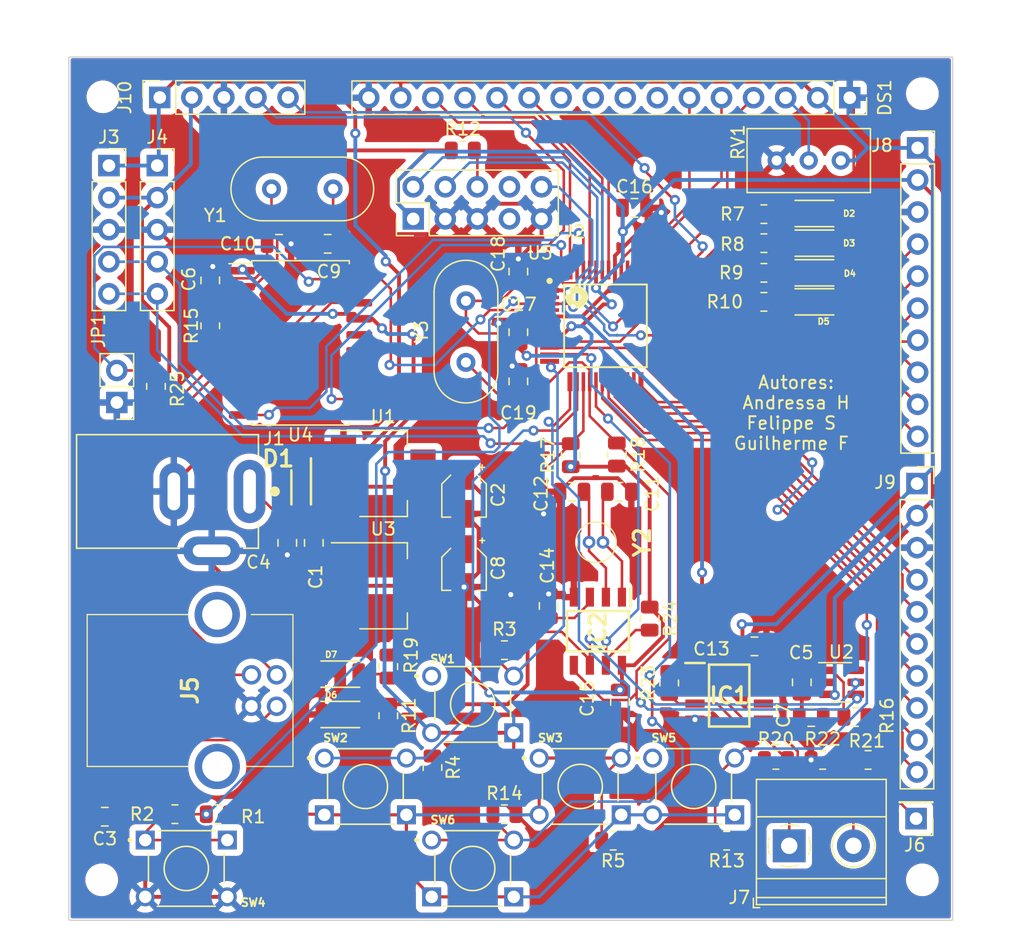
<source format=kicad_pcb>
(kicad_pcb (version 20241229) (generator "pcbnew") (generator_version "9.0")
  (layers (0 "F.Cu" signal) (2 "B.Cu" signal) (13 "F.Paste" user) (15 "B.Paste" user) (5 "F.SilkS" user "F.Silkscreen") (7 "B.SilkS" user "B.Silkscreen") (1 "F.Mask" user) (3 "B.Mask" user) (25 "Edge.Cuts" user))
  (net 0 "")
  (net 1 "VDD")
  (net 2 "GND")
  (net 3 "+5V")
  (net 4 "+3.3V")
  (net 5 "Net-(U4-OSC1)")
  (net 6 "Net-(U4-OSC2)")
  (net 7 "Net-(IC2-X1)")
  (net 8 "Net-(IC2-X2)")
  (net 9 "Net-(IC2-VBAT)")
  (net 10 "/RS")
  (net 11 "/R{slash}W")
  (net 12 "/E")
  (net 13 "Net-(U5-XTALIN)")
  (net 14 "Net-(U5-XTALOUT)")
  (net 15 "Net-(D1-A)")
  (net 16 "Net-(D2-A)")
  (net 17 "/D4")
  (net 18 "/D5")
  (net 19 "/D6")
  (net 20 "/D7")
  (net 21 "Net-(D3-A)")
  (net 22 "/SDA")
  (net 23 "/SCL")
  (net 24 "/MFP")
  (net 25 "/SWDIO")
  (net 26 "/SWDCLK")
  (net 27 "Net-(D4-A)")
  (net 28 "Net-(D5-A)")
  (net 29 "Net-(D6-A)")
  (net 30 "/RESET")
  (net 31 "/D+")
  (net 32 "Net-(D7-A)")
  (net 33 "/PIO0_1")
  (net 34 "Net-(R2-Pad2)")
  (net 35 "/UP")
  (net 36 "/LEFT")
  (net 37 "/RIGHT")
  (net 38 "/SELECT")
  (net 39 "/DOWN")
  (net 40 "Net-(C3-Pad1)")
  (net 44 "Net-(DS1-VO)")
  (net 48 "/LED1")
  (net 49 "/LED2")
  (net 50 "/LED3")
  (net 51 "/LED4")
  (net 52 "Net-(J2-Pin_6)")
  (net 53 "/VO")
  (net 54 "/TX")
  (net 55 "/RX")
  (net 56 "Net-(J6-Pin_1)")
  (net 57 "Net-(J7-Pin_2)")
  (net 58 "Net-(IC1-Pad2)")
  (net 59 "Net-(IC1-Pad3)")
  (net 63 "Net-(J7-Pin_1)")
  (net 64 "Net-(U4-RST)")
  (net 65 "Net-(U2-VOUT)")
  (net 76 "/D-")
  (net 79 "/26")
  (net 80 "/25")
  (net 81 "/32")
  (net 82 "/31")
  (net 83 "/30")
  (net 84 "/28")
  (net 85 "/27")
  (net 86 "/24")
  (net 87 "/23")
  (net 88 "/22")
  (net 89 "/21")
  (net 90 "/20")
  (net 91 "/19")
  (net 92 "/18")
  (net 93 "/9")
  (net 94 "/2")
  (footprint "Capacitor_SMD:C_0805_2012Metric" (layer "F.Cu") (at 131.6 79.5 -90)
    (property "Reference" "C6")
    (property "Value" "100n")
  )
  (footprint "LTST-C150GKT:RESC3015X65" (layer "F.Cu") (at 179.45 74.2 180)
    (property "Reference" "D2")
    (property "Value" "LTST-C150GKT")
  )
  (footprint "LTST-C150GKT:RESC3015X65" (layer "F.Cu") (at 179.45 78.9 180)
    (property "Reference" "D4")
    (property "Value" "LTST-C150GKT")
  )
  (footprint "Capacitor_SMD:C_0805_2012Metric" (layer "F.Cu") (at 179.2 114.1)
    (property "Reference" "C7")
    (property "Value" "10u")
  )
  (footprint "Package_TO_SOT_SMD:SOT-223-3_TabPin2" (layer "F.Cu") (at 145.3 103.7)
    (property "Reference" "U3")
    (property "Value" "LD1117S33TR_SOT223")
  )
  (footprint "Capacitor_SMD:C_0805_2012Metric" (layer "F.Cu") (at 165.2 73.75)
    (property "Reference" "C16")
    (property "Value" "100n")
  )
  (footprint "Resistor_SMD:R_0805_2012Metric" (layer "F.Cu") (at 167.95 111.4 90)
    (property "Reference" "R23")
    (property "Value" "10k")
  )
  (footprint "1825910-6:SW_1825910-6-4" (layer "F.Cu") (at 169.885 119.6)
    (property "Reference" "SW5")
    (property "Value" "1825910-6")
  )
  (footprint "Capacitor_SMD:C_0805_2012Metric" (layer "F.Cu") (at 156 87.5 90)
    (property "Reference" "C19")
    (property "Value" "39p")
  )
  (footprint "Capacitor_SMD:CP_Elec_3x5.3" (layer "F.Cu") (at 151.7 102.3 -90)
    (property "Reference" "C8")
    (property "Value" "10u")
  )
  (footprint "MCP7940N-I_SN:SOIC127P600X175-8N" (layer "F.Cu") (at 162.3 107.3 -90)
    (property "Reference" "IC2")
    (property "Value" "MCP7940N-I_SN" (hide yes))
  )
  (footprint "Resistor_SMD:R_0805_2012Metric" (layer "F.Cu") (at 175.45 78.9)
    (property "Reference" "R9")
    (property "Value" "470")
  )
  (footprint "AB38T-32.768KHZ:AB38T32768KHZ" (layer "F.Cu") (at 162.7 100.25 -90)
    (property "Reference" "Y2")
    (property "Value" "32.768 Khz" (hide yes))
  )
  (footprint "Capacitor_SMD:C_0805_2012Metric" (layer "F.Cu") (at 137.05 76.6)
    (property "Reference" "C10")
    (property "Value" "22p")
  )
  (footprint "LM358DR:SOIC127P600X175-8N" (layer "F.Cu") (at 172.7 112.4)
    (property "Reference" "IC1")
    (property "Value" "LM358DR" (hide yes))
  )
  (footprint "Resistor_SMD:R_0805_2012Metric" (layer "F.Cu") (at 163.5125 123.9)
    (property "Reference" "R5")
    (property "Value" "4k7")
  )
  (footprint "LTST-C150GKT:RESC3015X65" (layer "F.Cu") (at 179.45 81.2 180)
    (property "Reference" "D5")
    (property "Value" "LTST-C150GKT")
  )
  (footprint "Package_TO_SOT_SMD:SOT-23-6" (layer "F.Cu") (at 181.5875 111.35)
    (property "Reference" "U2")
    (property "Value" "MCP4725xxx-xCH")
  )
  (footprint "Resistor_SMD:R_0805_2012Metric" (layer "F.Cu") (at 163.8 93.3 90)
    (property "Reference" "R18")
    (property "Value" "10k")
  )
  (footprint "Connector_PinHeader_2.54mm:PinHeader_2x05_P2.54mm_Vertical" (layer "F.Cu") (at 147.675 74.625 90)
    (property "Reference" "J2")
    (property "Value" "JTAG")
  )
  (footprint "1825910-6:SW_1825910-6-4" (layer "F.Cu") (at 152.385 126.1)
    (property "Reference" "SW6")
    (property "Value" "1825910-6")
  )
  (footprint "Package_SO:SOIC-20W_7.5x12.8mm_P1.27mm" (layer "F.Cu") (at 138.75 84.45)
    (property "Reference" "U4")
    (property "Value" "MCP2200-I-SO")
  )
  (footprint "Capacitor_SMD:CP_Elec_3x5.3" (layer "F.Cu") (at 151.7 96.5 -90)
    (property "Reference" "C2")
    (property "Value" "10u")
  )
  (footprint "Resistor_SMD:R_0805_2012Metric" (layer "F.Cu") (at 131.6 83.1 -90)
    (property "Reference" "R15")
    (property "Value" "4k7")
  )
  (footprint "Resistor_SMD:R_0805_2012Metric" (layer "F.Cu") (at 182.7 114.1)
    (property "Reference" "R16")
    (property "Value" "100")
  )
  (footprint "Connector_PinSocket_2.54mm:PinSocket_1x10_P2.54mm_Vertical" (layer "F.Cu") (at 187.625 69)
    (property "Reference" "J8")
    (property "Value" "Conn_01x10_Female")
  )
  (footprint "ATS12A:ATS12A" (layer "F.Cu") (at 151.85 86 90)
    (property "Reference" "Y3")
    (property "Value" "12Mhz")
  )
  (footprint "1825910-6:SW_1825910-6-4" (layer "F.Cu") (at 152.385 113.1)
    (property "Reference" "SW1")
    (property "Value" "1825910-6")
  )
  (footprint "Resistor_SMD:R_0805_2012Metric" (layer "F.Cu") (at 132.2 121.8)
    (property "Reference" "R1")
    (property "Value" "4k7")
  )
  (footprint "Resistor_SMD:R_0805_2012Metric" (layer "F.Cu") (at 166.4 106.3 -90)
    (property "Reference" "R24")
    (property "Value" "10k")
  )
  (footprint "Connector_PinHeader_2.54mm:PinHeader_1x02_P2.54mm_Vertical" (layer "F.Cu") (at 124.2 89.175 180)
    (property "Reference" "JP1")
    (property "Value" "Jumper_2_Open")
  )
  (footprint "Capacitor_SMD:C_0805_2012Metric" (layer "F.Cu") (at 123.25 122)
    (property "Reference" "C3")
    (property "Value" "100n")
  )
  (footprint "Connector_PinSocket_2.54mm:PinSocket_1x05_P2.54mm_Vertical" (layer "F.Cu") (at 123.575 70.4)
    (property "Reference" "J3")
    (property "Value" "Conn_01x05_Female")
  )
  (footprint "Connector_PinSocket_2.54mm:PinSocket_1x16_P2.54mm_Vertical" (layer "F.Cu") (at 182.250004 65.024991 -90)
    (property "Reference" "DS1")
    (property "Value" "JHD162A")
  )
  (footprint "1825910-6:SW_1825910-6-4" (layer "F.Cu") (at 160.9 119.6)
    (property "Reference" "SW3")
    (property "Value" "1825910-6")
  )
  (footprint "Capacitor_SMD:C_0805_2012Metric" (layer "F.Cu") (at 137.7 100.3 -90)
    (property "Reference" "C4")
    (property "Value" "100n")
  )
  (footprint "Resistor_SMD:R_0805_2012Metric" (layer "F.Cu") (at 183.7 117.5 180)
    (property "Reference" "R21")
    (property "Value" "10k")
  )
  (footprint "Connector_PinSocket_2.54mm:PinSocket_1x05_P2.54mm_Vertical" (layer "F.Cu") (at 127.6 65 90)
    (property "Reference" "J10")
    (property "Value" "Conn_01x05_Female")
  )
  (footprint "MountingHole:MountingHole_2.1mm" (layer "F.Cu") (at 188 64.7)
    (property "Reference" "REF**" (hide yes))
    (property "Value" "MountingHole_2.1mm")
  )
  (footprint "LTST-C150GKT:RESC3015X65" (layer "F.Cu") (at 141.9 110.7)
    (property "Reference" "D7")
    (property "Value" "LTST-C150GKT")
  )
  (footprint "1N5819HW-7-F:SOD3716X145N" (layer "F.Cu") (at 138.8 95.9 -90)
    (property "Reference" "D1")
    (property "Value" "1N5819HW-7" (hide yes))
  )
  (footprint "Resistor_SMD:R_0805_2012Metric" (layer "F.Cu") (at 180.1 117.5)
    (property "Reference" "R22")
    (property "Value" "10k")
  )
  (footprint "Connector_PinHeader_2.54mm:PinHeader_1x01_P2.54mm_Vertical" (layer "F.Cu") (at 187.5 122.15 180)
    (property "Reference" "J6")
    (property "Value" "Conn_01x01_Male")
  )
  (footprint "MountingHole:MountingHole_2.1mm" (layer "F.Cu") (at 123 127)
    (property "Reference" "REF**" (hide yes))
    (property "Value" "MountingHole_2.1mm")
  )
  (footprint "Resistor_SMD:R_0805_2012Metric" (layer "F.Cu") (at 154.9 108.8)
    (property "Reference" "R3")
    (property "Value" "4k7")
  )
  (footprint "Resistor_SMD:R_0805_2012Metric" (layer "F.Cu") (at 172.5 123.9)
    (property "Reference" "R13")
    (property "Value" "4k7")
  )
  (footprint "1825910-6:SW_1825910-6-4" (layer "F.Cu") (at 129.7 126.1)
    (property "Reference" "SW4")
    (property "Value" "1825910-6")
  )
  (footprint "Resistor_SMD:R_0805_2012Metric" (layer "F.Cu") (at 160.15 93.35 90)
    (property "Reference" "R17")
    (property "Value" "10k")
  )
  (footprint "Capacitor_SMD:C_0805_2012Metric" (layer "F.Cu") (at 156 83.6 90)
    (property "Reference" "C17")
    (property "Value" "100n")
  )
  (footprint "Capacitor_SMD:C_0805_2012Metric" (layer "F.Cu") (at 160.25 96.25 180)
    (property "Reference" "C12")
    (property "Value" "22p")
  )
  (footprint "eec:NXP_Semiconductors-LPC1114FBD48_302-Manufacturer_Recommended" (layer "F.Cu") (at 162.9 83.1)
    (property "Reference" "U5")
    (property "Value" "LPC1114FBD48_302" (hide yes))
  )
  (footprint "Package_TO_SOT_SMD:SOT-223-3_TabPin2" (layer "F.Cu") (at 145.3 94.8)
    (property "Reference" "U1")
    (property "Value" "LD1117S50TR_SOT223")
  )
  (footprint "LTST-C150GKT:RESC3015X65" (layer "F.Cu") (at 141.9 113.9)
    (property "Reference" "D6")
    (property "Value" "LTST-C150GKT")
  )
  (footprint "TerminalBlock_Phoenix:TerminalBlock_Phoenix_MKDS-1,5-2-5.08_1x02_P5.08mm_Horizontal" (layer "F.Cu") (at 177.455 124.305)
    (property "Reference" "J7")
    (property "Value" "Screw_Terminal_01x02")
  )
  (footprint "Capacitor_SMD:C_0805_2012Metric" (layer "F.Cu") (at 178.45 111.35 90)
    (property "Reference" "C5")
    (property "Value" "0.1u")
  )
  (footprint "Capacitor_SMD:C_0805_2012Metric" (layer "F.Cu") (at 164.05 112.9 -90)
    (property "Reference" "C15")
    (property "Value" "100n")
  )
  (footprint "ATS12A:ATS12A" (layer "F.Cu") (at 136.45 72.25)
    (property "Reference" "Y1")
    (property "Value" "12Mhz")
  )
  (footprint "Capacitor_SMD:C_0805_2012Metric" (layer "F.Cu") (at 156 78.8 90)
    (property "Reference" "C18")
    (property "Value" "39p")
  )
  (footprint "Potentiometer_THT:Potentiometer_Bourns_3296W_Vertical" (layer "F.Cu") (at 181.54 70)
    (property "Reference" "RV1")
    (property "Value" "10k")
  )
  (footprint "LTST-C150GKT:RESC3015X65" (layer "F.Cu") (at 179.45 76.55 180)
    (property "Reference" "D3")
    (property "Value" "LTST-C150GKT")
  )
  (footprint "PJ-002A:CUI_PJ-002A" (layer "F.Cu") (at 134.7125 96.225 180)
    (property "Reference" "J1")
    (property "Value" "PJ-002A")
  )
  (footprint "Resistor_SMD:R_0805_2012Metric" (layer "F.Cu") (at 175.45 76.55)
    (property "Reference" "R8")
    (property "Value" "470")
  )
  (footprint "Resistor_SMD:R_0805_2012Metric" (layer "F.Cu") (at 149.2 118.1 -90)
    (property "Reference" "R4")
    (property "Value" "4k7")
  )
  (footprint "Resistor_SMD:R_0805_2012Metric" (layer "F.Cu") (at 151.6 69.2 180)
    (property "Reference" "R12")
    (property "Value" "10k")
  )
  (footprint "Resistor_SMD:R_0805_2012Metric" (layer "F.Cu") (at 127.3 87.9 -90)
    (property "Reference" "R25")
    (property "Value" "10k")
  )
  (footprint "Resistor_SMD:R_0805_2012Metric" (layer "F.Cu") (at 175.45 81.2)
    (property "Reference" "R10")
    (property "Value" "470")
  )
  (footprint "MountingHole:MountingHole_2.1mm" (layer "F.Cu") (at 123.1 64.95)
    (property "Reference" "REF**" (hide yes))
    (property "Value" "MountingHole_2.1mm")
  )
  (footprint "Resistor_SMD:R_0805_2012Metric" (layer "F.Cu") (at 145.7 114 -90)
    (property "Reference" "R11")
    (property "Value" "470")
  )
  (footprint "Capacitor_SMD:C_0805_2012Metric" (layer "F.Cu") (at 140.9 76.6)
    (property "Reference" "C9")
    (property "Value" "22p")
  )
  (footprint "897-43-004-90-000000_USB:8974300490000000" (layer "F.Cu") (at 136.85 113.2405 -90)
    (property "Reference" "J5")
    (property "Value" "897-43-004-90-000000" (hide yes))
  )
  (footprint "1825910-6:SW_1825910-6-4" (layer "F.Cu") (at 143.885 119.6)
    (property "Reference" "SW2")
    (property "Value" "1825910-6")
  )
  (footprint "Capacitor_SMD:C_0805_2012Metric" (layer "F.Cu") (at 158.4 105.3 -90)
    (property "Reference" "C14")
    (property "Value" "100n")
  )
  (footprint "Resistor_SMD:R_0805_2012Metric" (layer "F.Cu") (at 154.9 121.8)
    (property "Reference" "R14")
    (property "Value" "4k7")
  )
  (footprint "Connector_PinSocket_2.54mm:PinSocket_1x05_P2.54mm_Vertical" (layer "F.Cu") (at 127.4 70.4)
    (property "Reference" "J4")
    (property "Value" "Conn_01x05_Female")
  )
  (footprint "Connector_PinSocket_2.54mm:PinSocket_1x10_P2.54mm_Vertical" (layer "F.Cu") (at 187.575 95.6)
    (property "Reference" "J9")
    (property "Value" "Conn_01x10_Female")
  )
  (footprint "MountingHole:MountingHole_2.1mm" (layer "F.Cu") (at 188 127)
    (property "Reference" "REF**" (hide yes))
    (property "Value" "MountingHole_2.1mm")
  )
  (footprint "Resistor_SMD:R_0805_2012Metric" (layer "F.Cu") (at 176.4 117.5)
    (property "Reference" "R20")
    (property "Value" "10k")
  )
  (footprint "Capacitor_SMD:C_0805_2012Metric" (layer "F.Cu") (at 164 96.25)
    (property "Reference" "C11")
    (property "Value" "22p")
  )
  (footprint "Resistor_SMD:R_0805_2012Metric" (layer "F.Cu") (at 175.45 74.25)
    (property "Reference" "R7")
    (property "Value" "470")
  )
  (footprint "Capacitor_SMD:C_0805_2012Metric" (layer "F.Cu") (at 174.7 108.5 180)
    (property "Reference" "C13")
    (property "Value" "100n")
  )
  (footprint "Resistor_SMD:R_0805_2012Metric" (layer "F.Cu") (at 128.8 121.8 180)
    (property "Reference" "R2")
    (property "Value" "100")
  )
  (footprint "Resistor_SMD:R_0805_2012Metric" (layer "F.Cu") (at 145.7 110.1 -90)
    (property "Reference" "R19")
    (property "Value" "470")
  )
  (footprint "Capacitor_SMD:C_0805_2012Metric" (layer "F.Cu") (at 139.8 100.3 -90)
    (property "Reference" "C1")
    (property "Value" "100n")
  )
  (gr_rect (start 120.4 61.8) (end 190.4 130.2) (stroke (width 0.1)) (fill no) (layer "Edge.Cuts"))
  (gr_text "Autores:\nAndressa H\nFelippe S \nGuilherme F " (at 178 90 0) (layer "F.SilkS") (effects (font (size 1 1))))
  (segment (start 142.15 97.1) (end 139.9 99.35) (width 0.3048) (layer "F.Cu") (net 1))
  (segment (start 136.62308 100.42692) (end 136.62308 101.87308) (width 0.3048) (layer "F.Cu") (net 1))
  (segment (start 137.7 99.35) (end 139.8 99.35) (width 0.3048) (layer "F.Cu") (net 1))
  (segment (start 140.75 106) (end 142.15 106) (width 0.3048) (layer "F.Cu") (net 1))
  (segment (start 137.7 99.35) (end 136.62308 100.42692) (width 0.3048) (layer "F.Cu") (net 1))
  (segment (start 136.62308 101.87308) (end 140.75 106) (width 0.3048) (layer "F.Cu") (net 1))
  (segment (start 139.8 99.35) (end 139.8 95.2) (width 0.3048) (layer "F.Cu") (net 1))
  (segment (start 139.9 99.35) (end 139.8 99.35) (width 0.3048) (layer "F.Cu") (net 1))
  (segment (start 139.8 95.2) (end 138.8 94.2) (width 0.3048) (layer "F.Cu") (net 1))
  (segment (start 169.094 115.2) (end 165.4 115.2) (width 0.3048) (layer "F.Cu") (net 2))
  (segment (start 126.45 126.45) (end 126.45 128.35) (width 0.3048) (layer "F.Cu") (net 2))
  (segment (start 171.2 118.643626) (end 171.13398 118.709646) (width 0.3048) (layer "F.Cu") (net 2))
  (segment (start 155.77 86.55) (end 155.51 86.29) (width 0.3048) (layer "F.Cu") (net 2))
  (segment (start 182.25 65.025) (end 182.561111 65.336111) (width 0.2032) (layer "F.Cu") (net 2))
  (segment (start 176.95 111.6) (end 178.15 110.4) (width 0.3048) (layer "F.Cu") (net 2))
  (segment (start 166.141924 123.9) (end 164.425 123.9) (width 0.3048) (layer "F.Cu") (net 2))
  (segment (start 166.95 73.75) (end 167.319481 74.119481) (width 0.3048) (layer "F.Cu") (net 2))
  (segment (start 179.1875 117.5) (end 179.1875 116.8375) (width 0.3048) (layer "F.Cu") (net 2))
  (segment (start 139.07692 77.67692) (end 140.77308 77.67692) (width 0.3048) (layer "F.Cu") (net 2))
  (segment (start 152.851911 102.648089) (end 151.7 103.8) (width 0.3048) (layer "F.Cu") (net 2))
  (segment (start 166.15 75.041404) (end 163.650001 77.541403) (width 0.3048) (layer "F.Cu") (net 2))
  (segment (start 157.835 75.965) (end 157.835 74.625) (width 0.3048) (layer "F.Cu") (net 2))
  (segment (start 131.8375 92.5) (end 128.7125 95.625) (width 0.3048) (layer "F.Cu") (net 2))
  (segment (start 159.3 96.25) (end 159.3 96.7) (width 0.25) (layer "F.Cu") (net 2))
  (segment (start 177.52692 115.17692) (end 176.95 114.6) (width 0.3048) (layer "F.Cu") (net 2))
  (segment (start 145.623089 75.826911) (end 143.4 78.05) (width 0.3048) (layer "F.Cu") (net 2))
  (segment (start 154.8 103.8) (end 155.4 104.4) (width 0.3048) (layer "F.Cu") (net 2))
  (segment (start 159.3 96.249984) (end 160.376904 95.17308) (width 0.3048) (layer "F.Cu") (net 2))
  (segment (start 150.215 74.625) (end 149.013089 75.826911) (width 0.3048) (layer "F.Cu") (net 2))
  (segment (start 182.07308 109.74808) (end 182.725 110.4) (width 0.3048) (layer "F.Cu") (net 2))
  (segment (start 140.77308 77.67692) (end 141.85 76.6) (width 0.3048) (layer "F.Cu") (net 2))
  (segment (start 164.425 123.9) (end 163.37308 124.95192) (width 0.3048) (layer "F.Cu") (net 2))
  (segment (start 124.2 124.2) (end 126.45 126.45) (width 0.3048) (layer "F.Cu") (net 2))
  (segment (start 155.8125 108.8) (end 155.8125 107.9125) (width 0.3048) (layer "F.Cu") (net 2))
  (segment (start 142 101.25) (end 142.15 101.4) (width 0.3048) (layer "F.Cu") (net 2))
  (segment (start 180.92 78.9) (end 180.92 76.55) (width 0.3048) (layer "F.Cu") (net 2))
  (segment (start 173.4125 123.9) (end 172.36058 124.95192) (width 0.3048) (layer "F.Cu") (net 2))
  (segment (start 177.55 110.4) (end 178.45 110.4) (width 0.3048) (layer "F.Cu") (net 2))
  (segment (start 179.1875 116.8375) (end 177.52692 115.17692) (width 0.3048) (layer "F.Cu") (net 2))
  (segment (start 161.060729 82.358091) (end 163.650001 79.768819) (width 0.3048) (layer "F.Cu") (net 2))
  (segment (start 128.7125 95.625) (end 128.7125 96.225) (width 0.3048) (layer "F.Cu") (net 2))
  (segment (start 180.92 74.2) (end 181.04 74.08) (width 0.3048) (layer "F.Cu") (net 2))
  (segment (start 169.989 114.305) (end 171.2 115.516) (width 0.3048) (layer "F.Cu") (net 2))
  (segment (start 140.43 110.7) (end 131.7125 101.9825) (width 0.3048) (layer "F.Cu") (net 2))
  (segment (start 149.2 119.0125) (end 145.5425 119.0125) (width 0.3048) (layer "F.Cu") (net 2))
  (segment (start 158.96442 124.95192) (end 155.8125 121.8) (width 0.3048) (layer "F.Cu") (net 2))
  (segment (start 142.15 92.5) (end 131.8375 92.5) (width 0.3048) (layer "F.Cu") (net 2))
  (segment (start 153.956911 73.423089) (end 152.755 74.625) (width 0.3048) (layer "F.Cu") (net 2))
  (segment (start 160.395 104.6) (end 158.65 104.6) (width 0.3048) (layer "F.Cu") (net 2))
  (segment (start 139.8 101.25) (end 142 101.25) (width 0.3048) (layer "F.Cu") (net 2))
  (segment (start 171.2 115.516) (end 171.2 118.643626) (width 0.3048) (layer "F.Cu") (net 2))
  (segment (start 163.650001 77.541403) (end 163.650001 78.675) (width 0.3048) (layer "F.Cu") (net 2))
  (segment (start 149.013089 75.826911) (end 145.623089 75.826911) (width 0.3048) (layer "F.Cu") (net 2))
  (segment (start 175.65 108.5) (end 177.55 110.4) (width 0.3048) (layer "F.Cu") (net 2))
  (segment (start 178.45 110.4) (end 179.4 111.35) (width 0.3048) (layer "F.Cu") (net 2))
  (segment (start 156.633089 73.423089) (end 153.956911 73.423089) (width 0.3048) (layer "F.Cu") (net 2))
  (segment (start 141.85 76.6) (end 142.025 76.6) (width 0.3048) (layer "F.Cu") (net 2))
  (segment (start 163.37308 124.95192) (end 158.96442 124.95192) (width 0.3048) (layer "F.Cu") (net 2))
  (segment (start 124.2 122) (end 124.2 124.2) (width 0.3048) (layer "F.Cu") (net 2))
  (segment (start 178.15 110.4) (end 178.45 110.4) (width 0.3048) (layer "F.Cu") (net 2))
  (segment (start 179.07308 115.17692) (end 177.52692 115.17692) (width 0.3048) (layer "F.Cu") (net 2))
  (segment (start 171.13398 118.709646) (end 171.13398 118.907944) (width 0.3048) (layer "F.Cu") (net 2))
  (segment (start 126.45 128.35) (end 132.95 128.35) (width 0.3048) (layer "F.Cu") (net 2))
  (segment (start 158.65 104.6) (end 158.4 104.35) (width 0.3048) (layer "F.Cu") (net 2))
  (segment (start 140.43 113.9) (end 140.43 110.7) (width 0.3048) (layer "F.Cu") (net 2))
  (segment (start 131.7125 101.9825) (end 131.7125 100.925) (width 0.3048) (layer "F.Cu") (net 2))
  (segment (start 166.15 73.75) (end 166.95 73.75) (width 0.3048) (layer "F.Cu") (net 2))
  (segment (start 152.851911 99.151911) (end 152.851911 102.648089) (width 0.3048) (layer "F.Cu") (net 2))
  (segment (start 172.36058 124.95192) (end 165.47692 124.95192) (width 0.3048) (layer "F.Cu") (net 2))
  (segment (start 156 82.65) (end 156.300001 82.349999) (width 0.3048) (layer "F.Cu") (net 2))
  (segment (start 180.92 81.2) (end 180.92 78.9) (width 0.3048) (layer "F.Cu") (net 2))
  (segment (start 131.6 78.55) (end 131.65 78.55) (width 0.3048) (layer "F.Cu") (net 2))
  (segment (start 154.45 82.9) (end 155.75 82.9) (width 0.3048) (layer "F.Cu") (net 2))
  (segment (start 179.4 111.35) (end 180.45 111.35) (width 0.3048) (layer "F.Cu") (net 2))
  (segment (start 148.3 101.4) (end 151.7 98) (width 0.3048) (layer "F.Cu") (net 2))
  (segment (start 160.376904 95.17308) (end 163.87308 95.17308) (width 0.3048) (layer "F.Cu") (net 2))
  (segment (start 155.8125 107.9125) (end 151.7 103.8) (width 0.3048) (layer "F.Cu") (net 2))
  (segment (start 142.025 76.6) (end 143.4 77.975) (width 0.3048) (layer "F.Cu") (net 2))
  (segment (start 163.650001 79.768819) (end 163.650001 78.675) (width 0.3048) (layer "F.Cu") (net 2))
  (segment (start 130.47 78.55) (end 127.4 75.48) (width 0.3048) (layer "F.Cu") (net 2))
  (segment (start 180.92 74.2) (end 180.92 76.55) (width 0.3048) (layer "F.Cu") (net 2))
  (segment (start 158.483092 82.358091) (end 161.060729 82.358091) (width 0.3048) (layer "F.Cu") (net 2))
  (segment (start 166.15 73.75) (end 166.15 75.041404) (width 0.3048) (layer "F.Cu") (net 2))
  (segment (start 138 76.6) (end 139.07692 77.67692) (width 0.3048) (layer "F.Cu") (net 2))
  (segment (start 153.025 119.0125) (end 149.2 119.0125) (width 0.3048) (layer "F.Cu") (net 2))
  (segment (start 155.8125 121.8) (end 153.025 119.0125) (width 0.3048) (layer "F.Cu") (net 2))
  (segment (start 156 77.8) (end 157.835 75.965) (width 0.3048) (layer "F.Cu") (net 2))
  (segment (start 143.4 77.975) (end 143.4 78.735) (width 0.3048) (layer "F.Cu") (net 2))
  (segment (start 169.989 114.305) (end 169.094 115.2) (width 0.3048) (layer "F.Cu") (net 2))
  (segment (start 179.10192 109.74808) (end 182.07308 109.74808) (width 0.3048) (layer "F.Cu") (net 2))
  (segment (start 181.04 74.08) (end 187.625 74.08) (width 0.3048) (layer "F.Cu") (net 2))
  (segment (start 165.47692 124.95192) (end 164.425 123.9) (width 0.3048) (layer "F.Cu") (net 2))
  (segment (start 151.7 98) (end 152.851911 99.151911) (width 0.3048) (layer "F.Cu") (net 2))
  (segment (start 158.475 82.349999) (end 158.483092 82.358091) (width 0.3048) (layer "F.Cu") (net 2))
  (segment (start 176.81 70) (end 176.46 70) (width 0.3048) (layer "F.Cu") (net 2))
  (segment (start 131.6 78.55) (end 130.47 78.55) (width 0.3048) (layer "F.Cu") (net 2))
  (segment (start 163.87308 95.17308) (end 164.95 96.25) (width 0.3048) (layer "F.Cu") (net 2))
  (segment (start 180.92 74.2) (end 180.92 74.11) (width 0.3048) (layer "F.Cu") (net 2))
  (segment (start 182.561111 72.558889) (end 180.92 74.2) (width 0.2032) (layer "F.Cu") (net 2))
  (segment (start 180.15 114.1) (end 179.07308 115.17692) (width 0.3048) (layer "F.Cu") (net 2))
  (segment (start 156 86.55) (end 155.77 86.55) (width 0.3048) (layer "F.Cu") (net 2))
  (segment (start 165.4 115.2) (end 164.05 113.85) (width 0.3048) (layer "F.Cu") (net 2))
  (segment (start 142.15 101.4) (end 148.3 101.4) (width 0.3048) (layer "F.Cu") (net 2))
  (segment (start 143.4 78.05) (end 143.4 78.735) (width 0.3048) (layer "F.Cu") (net 2))
  (segment (start 145.5425 119.0125) (end 140.43 113.9) (width 0.3048) (layer "F.Cu") (net 2))
  (segment (start 176.95 114.6) (end 176.95 111.6) (width 0.3048) (layer "F.Cu") (net 2))
  (segment (start 180.92 74.11) (end 176.81 70) (width 0.3048) (layer "F.Cu") (net 2))
  (segment (start 131.65 78.55) (end 131.8 78.4) (width 0.3048) (layer "F.Cu") (net 2))
  (segment (start 178.45 110.4) (end 179.10192 109.74808) (width 0.3048) (layer "F.Cu") (net 2))
  (segment (start 159.3 96.7) (end 158 98) (width 0.25) (layer "F.Cu") (net 2))
  (segment (start 151.7 103.8) (end 154.8 103.8) (width 0.3048) (layer "F.Cu") (net 2))
  (segment (start 157.835 74.625) (end 156.633089 73.423089) (width 0.3048) (layer "F.Cu") (net 2))
  (segment (start 182.561111 65.336111) (end 182.561111 72.558889) (width 0.2032) (layer "F.Cu") (net 2))
  (segment (start 137.7 101.25) (end 139.8 101.25) (width 0.3048) (layer "F.Cu") (net 2))
  (segment (start 155.75 82.9) (end 156 82.65) (width 0.3048) (layer "F.Cu") (net 2))
  (segment (start 171.13398 118.907944) (end 166.141924 123.9) (width 0.3048) (layer "F.Cu") (net 2))
  (segment (start 156.300001 82.349999) (end 158.475 82.349999) (width 0.3048) (layer "F.Cu") (net 2))
  (via (at 158 98) (size 0.8) (drill 0.4) (layers "F.Cu" "B.Cu") (net 2))
  (via (at 138 76.6) (size 0.8) (drill 0.4) (layers "F.Cu" "B.Cu") (net 2))
  (via (at 156 77.8) (size 0.8) (drill 0.4) (layers "F.Cu" "B.Cu") (net 2))
  (via (at 151.7 103.8) (size 0.8) (drill 0.4) (layers "F.Cu" "B.Cu") (net 2))
  (via (at 154.45 82.9) (size 0.8) (drill 0.4) (layers "F.Cu" "B.Cu") (net 2))
  (via (at 155.51 86.29) (size 0.8) (drill 0.4) (layers "F.Cu" "B.Cu") (net 2))
  (via (at 179.1875 117.5) (size 0.8) (drill 0.4) (layers "F.Cu" "B.Cu") (net 2))
  (via (at 131.8 78.4) (size 0.8) (drill 0.4) (layers "F.Cu" "B.Cu") (net 2))
  (via (at 169.989 114.305) (size 0.8) (drill 0.4) (layers "F.Cu" "B.Cu") (net 2))
  (via (at 137.7 101.25) (size 0.8) (drill 0.4) (layers "F.Cu" "B.Cu") (net 2))
  (via (at 155.4 104.4) (size 0.8) (drill 0.4) (layers "F.Cu" "B.Cu") (net 2))
  (via (at 158.4 104.35) (size 0.8) (drill 0.4) (layers "F.Cu" "B.Cu") (net 2))
  (via (at 167.319481 74.119481) (size 0.8) (drill 0.4) (layers "F.Cu" "B.Cu") (net 2))
  (segment (start 158.35 104.4) (end 158.4 104.35) (width 0.3048) (layer "B.Cu") (net 2))
  (segment (start 155.4 104.4) (end 158.35 104.4) (width 0.3048) (layer "B.Cu") (net 2))
  (segment (start 155.51 86.29) (end 154.45 85.23) (width 0.3048) (layer "B.Cu") (net 2))
  (segment (start 154.45 85.23) (end 154.45 82.9) (width 0.3048) (layer "B.Cu") (net 2))
  (segment (start 146.5 63.75) (end 140.69476 63.75) (width 0.3048) (layer "F.Cu") (net 3))
  (segment (start 146.690004 63.940004) (end 146.5 63.75) (width 0.25) (layer "F.Cu") (net 3))
  (segment (start 140.69476 63.75) (end 128.745 63.75) (width 0.3048) (layer "F.Cu") (net 3))
  (segment (start 146.55 79) (end 145.55 78) (width 0.3048) (layer "F.Cu") (net 3))
  (segment (start 146.690004 65.024991) (end 146.690004 63.940004) (width 0.25) (layer "F.Cu") (net 3))
  (segment (start 179.71 65.025) (end 178.435 63.75) (width 0.3048) (layer "F.Cu") (net 3))
  (segment (start 143.0875 66.14274) (end 140.69476 63.75) (width 0.3048) (layer "F.Cu") (net 3))
  (segment (start 151.7 95) (end 156.735911 100.035911) (width 0.3048) (layer "F.Cu") (net 3))
  (segment (start 173.75 108.834) (end 175.411 110.495) (width 0.3048) (layer "F.Cu") (net 3))
  (segment (start 178.435 63.75) (end 146.5 63.75) (width 0.3048) (layer "F.Cu") (net 3))
  (segment (start 146.55 82.46) (end 146.55 79) (width 0.3048) (layer "F.Cu") (net 3))
  (segment (start 156.735911 100.035911) (end 156.735911 111.514089) (width 0.3048) (layer "F.Cu") (net 3))
  (segment (start 147.401911 95.848089) (end 148.45 94.8) (width 0.3048) (layer "F.Cu") (net 3))
  (segment (start 156.735911 111.514089) (end 155.1625 113.0875) (width 0.3048) (layer "F.Cu") (net 3))
  (segment (start 151.5 94.8) (end 151.7 95) (width 0.3048) (layer "F.Cu") (net 3))
  (segment (start 173.75 108.5) (end 173.75 108.834) (width 0.3048) (layer "F.Cu") (net 3))
  (segment (start 128.745 63.75) (end 127.52 64.975) (width 0.3048) (layer "F.Cu") (net 3))
  (segment (start 143.198089 95.848089) (end 147.401911 95.848089) (width 0.3048) (layer "F.Cu") (net 3))
  (segment (start 143.0875 67.85) (end 143.0875 66.14274) (width 0.3048) (layer "F.Cu") (net 3))
  (segment (start 173.75 108.5) (end 173.75 106.8) (width 0.3048) (layer "F.Cu") (net 3))
  (segment (start 146.55 90.4) (end 142.15 94.8) (width 0.3048) (layer "F.Cu") (net 3))
  (segment (start 142.15 94.8) (end 143.198089 95.848089) (width 0.3048) (layer "F.Cu") (net 3))
  (segment (start 146.55 82.45) (end 146.55 90.4) (width 0.3048) (layer "F.Cu") (net 3))
  (segment (start 145.55 78) (end 145.5 78) (width 0.3048) (layer "F.Cu") (net 3))
  (segment (start 173.75 106.8) (end 173.7 106.75) (width 0.3048) (layer "F.Cu") (net 3))
  (segment (start 148.45 94.8) (end 151.5 94.8) (width 0.3048) (layer "F.Cu") (net 3))
  (segment (start 155.1625 113.0875) (end 145.7 113.0875) (width 0.3048) (layer "F.Cu") (net 3))
  (via (at 145.5 78) (size 0.8) (drill 0.4) (layers "F.Cu" "B.Cu") (net 3))
  (via (at 173.7 106.75) (size 0.8) (drill 0.4) (layers "F.Cu" "B.Cu") (net 3))
  (via (at 143.0875 67.85) (size 0.8) (drill 0.4) (layers "F.Cu" "B.Cu") (net 3))
  (segment (start 173.7 106.75) (end 176.425 106.75) (width 0.3048) (layer "B.Cu") (net 3))
  (segment (start 183.685013 69) (end 187.625 69) (width 0.3048) (layer "B.Cu") (net 3))
  (segment (start 143.0875 75.1375) (end 143.0875 67.85) (width 0.3048) (layer "B.Cu") (net 3))
  (segment (start 145.5 78) (end 145.5 77.55) (width 0.3048) (layer "B.Cu") (net 3))
  (segment (start 181.539998 70.000012) (end 182.685004 70.000012) (width 0.3048) (layer "B.Cu") (net 3))
  (segment (start 127.52 64.975) (end 127.52 70.28) (width 0.3048) (layer "B.Cu") (net 3))
  (segment (start 127.52 70.28) (end 127.4 70.4) (width 0.3048) (layer "B.Cu") (net 3))
  (segment (start 176.425 106.75) (end 187.575 95.6) (width 0.3048) (layer "B.Cu") (net 3))
  (segment (start 179.710004 65.024991) (end 183.685013 69) (width 0.3048) (layer "B.Cu") (net 3))
  (segment (start 127.4 70.4) (end 123.9 70.4) (width 0.3048) (layer "B.Cu") (net 3))
  (segment (start 145.5 77.55) (end 143.0875 75.1375) (width 0.3048) (layer "B.Cu") (net 3))
  (segment (start 188.826911 94.348089) (end 187.575 95.6) (width 0.3048) (layer "B.Cu") (net 3))
  (segment (start 182.685004 70.000012) (end 183.685002 68.999989) (width 0.3048) (layer "B.Cu") (net 3))
  (segment (start 187.625 69) (end 188.826911 70.201911) (width 0.3048) (layer "B.Cu") (net 3))
  (segment (start 188.826911 70.201911) (end 188.826911 94.348089) (width 0.3048) (layer "B.Cu") (net 3))
  (segment (start 160.2 83.130592) (end 161.001444 83.130592) (width 0.3048) (layer "F.Cu") (net 4))
  (segment (start 128.35192 87.76058) (end 128.35192 83.21168) (width 0.3048) (layer "F.Cu") (net 4))
  (segment (start 148.45 106.9) (end 148.45 106.4375) (width 0.3048) (layer "F.Cu") (net 4))
  (segment (start 178.45 112.3) (end 178.45 113.9) (width 0.3048) (layer "F.Cu") (net 4))
  (segment (start 188.826911 72.741911) (end 187.625 71.54) (width 0.3048) (layer "F.Cu") (net 4))
  (segment (start 145.45 94.6) (end 145.45 92.25) (width 0.3048) (layer "F.Cu") (net 4))
  (segment (start 164.205 111.795) (end 164.05 111.95) (width 0.3048) (layer "F.Cu") (net 4))
  (segment (start 157.65 121.85) (end 157.65 120.15) (width 0.25) (layer "F.Cu") (net 4))
  (segment (start 164.275008 75.625008) (end 164.25 75.6) (width 0.3048) (layer "F.Cu") (net 4))
  (segment (start 141.3 82.15) (end 143.005 82.15) (width 0.3048) (layer "F.Cu") (net 4))
  (segment (start 134.1 78.68502) (end 134.15 78.63502) (width 0.3048) (layer "F.Cu") (net 4))
  (segment (start 145.7 109.1875) (end 148.45 106.4375) (width 0.3048) (layer "F.Cu") (net 4))
  (segment (start 149.135 128.35) (end 155.635 128.35) (width 0.25) (layer "F.Cu") (net 4))
  (segment (start 178.45 112.3) (end 180.45 112.3) (width 0.3048) (layer "F.Cu") (net 4))
  (segment (start 143.005 82.15) (end 143.4 82.545) (width 0.3048) (layer "F.Cu") (net 4))
  (segment (start 134.1 78.735) (end 134.1 78.68502) (width 0.3048) (layer "F.Cu") (net 4))
  (segment (start 161.001444 83.130592) (end 162.732036 81.4) (width 0.3048) (layer "F.Cu") (net 4))
  (segment (start 148.86024 69.2) (end 133 69.2) (width 0.3048) (layer "F.Cu") (net 4))
  (segment (start 181.01028 112.3) (end 181.06028 112.35) (width 0.3048) (layer "F.Cu") (net 4))
  (segment (start 167.45192 107.724323) (end 165.176243 110) (width 0.3048) (layer "F.Cu") (net 4))
  (segment (start 180.45 112.3) (end 181.01028 112.3) (width 0.3048) (layer "F.Cu") (net 4))
  (segment (start 157.65 120.15) (end 155.635 118.135) (width 0.25) (layer "F.Cu") (net 4))
  (segment (start 149.135 115.35) (end 155.635 115.35) (width 0.3048) (layer "F.Cu") (net 4))
  (segment (start 163.75 94.2625) (end 163.8 94.2125) (width 0.3048) (layer "F.Cu") (net 4))
  (segment (start 128.35192 83.21168) (end 126.198089 81.057849) (width 0.3048) (layer "F.Cu") (net 4))
  (segment (start 126.198089 81.057849) (end 126.198089 74.141911) (width 0.3048) (layer "F.Cu") (net 4))
  (segment (start 147.7 83.85) (end 147.6 83.75) (width 0.3048) (layer "F.Cu") (net 4))
  (segment (start 146.473089 71.587151) (end 146.473089 73.423089) (width 0.3048) (layer "F.Cu") (net 4))
  (segment (start 145.45 92.25) (end 147.7 90) (width 0.3048) (layer "F.Cu") (net 4))
  (segment (start 147.135 121.85) (end 140.635 121.85) (width 0.25) (layer "F.Cu") (net 4))
  (segment (start 147.135 121.85) (end 147.135 126.35) (width 0.25) (layer "F.Cu") (net 4))
  (segment (start 150.6875 69.2) (end 148.86024 69.2) (width 0.3048) (layer "F.Cu") (net 4))
  (segment (start 142.15 103.7) (end 148.45 103.7) (width 0.3048) (layer "F.Cu") (net 4))
  (segment (start 160.15 94.2625) (end 163.75 94.2625) (width 0.3048) (layer "F.Cu") (net 4))
  (segment (start 166.4 105.3875) (end 167.45192 106.43942) (width 0.3048) (layer "F.Cu") (net 4))
  (segment (start 133 69.2) (end 130.06 66.26) (width 0.3048) (layer "F.Cu") (net 4))
  (segment (start 162.149999 78.675) (end 162.15 80.1) (width 0.3048) (layer "F.Cu") (net 4))
  (segment (start 132.991243 78.735) (end 134.1 78.735) (width 0.3048) (layer "F.Cu") (net 4))
  (segment (start 160.2 83.130592) (end 159.480591 83.850001) (width 0.3048) (layer "F.Cu") (net 4))
  (segment (start 145.1981 83.3) (end 144.4431 82.545) (width 0.3048) (layer "F.Cu") (net 4))
  (segment (start 133.1125 121.8) (end 140.585 121.8) (width 0.25) (layer "F.Cu") (net 4))
  (segment (start 147.7 90) (end 147.7 83.85) (width 0.3048) (layer "F.Cu") (net 4))
  (segment (start 166.4 105.3875) (end 166.4 96.123757) (width 0.3048) (layer "F.Cu") (net 4))
  (segment (start 187.575 98.14) (end 188.826911 96.888089) (width 0.3048) (layer "F.Cu") (net 4))
  (segment (start 166.4 96.123757) (end 164.488743 94.2125) (width 0.3048) (layer "F.Cu") (net 4))
  (segment (start 146.473089 73.423089) (end 147.675 74.625) (width 0.3048) (layer "F.Cu") (net 4))
  (segment (start 151.35 100.8) (end 151.7 100.8) (width 0.3048) (layer "F.Cu") (net 4))
  (segment (start 155.635 118.135) (end 155.635 115.35) (width 0.25) (layer "F.Cu") (net 4))
  (segment (start 156 84.55) (end 156 84.813586) (width 0.3048) (layer "F.Cu") (net 4))
  (segment (start 162.732036 81.4) (end 163.4 81.4) (width 0.3048) (layer "F.Cu") (net 4))
  (segment (start 167.45192 106.43942) (end 167.45192 107.724323) (width 0.3048) (layer "F.Cu") (net 4))
  (segment (start 140.585 121.8) (end 140.635 121.85) (width 0.25) (layer "F.Cu") (net 4))
  (segment (start 130.06 66.26) (end 130.06 64.975) (width 0.3048) (layer "F.Cu") (net 4))
  (segment (start 131.6 80.45) (end 131.6 82.1875) (width 0.3048) (layer "F.Cu") (net 4))
  (segment (start 164.25 75.6) (end 164.25 73.75) (width 0.3048) (layer "F.Cu") (net 4))
  (segment (start 188.826911 96.888089) (end 188.826911 72.741911) (width 0.3048) (layer "F.Cu") (net 4))
  (segment (start 131.6 80.126243) (end 132.991243 78.735) (width 0.3048) (layer "F.Cu") (net 4))
  (segment (start 165.176243 110) (end 164.205 110) (width 0.3048) (layer "F.Cu") (net 4))
  (segment (start 126.198089 74.141911) (end 127.4 72.94) (width 0.3048) (layer "F.Cu") (net 4))
  (segment (start 148.45 106.4375) (end 148.45 103.7) (width 0.3048) (layer "F.Cu") (net 4))
  (segment (start 159.480591 83.850001) (end 158.475 83.850001) (width 0.3048) (layer "F.Cu") (net 4))
  (segment (start 156 84.813586) (end 156.656536 85.470122) (width 0.3048) (layer "F.Cu") (net 4))
  (segment (start 178.45 113.9) (end 178.25 114.1) (width 0.3048) (layer "F.Cu") (net 4))
  (segment (start 148.86024 69.2) (end 146.473089 71.587151) (width 0.3048) (layer "F.Cu") (net 4))
  (segment (start 164.205 110) (end 164.205 111.795) (width 0.3048) (layer "F.Cu") (net 4))
  (segment (start 144.4431 82.545) (end 143.4 82.545) (width 0.3048) (layer "F.Cu") (net 4))
  (segment (start 153.7 112.15) (end 148.45 106.9) (width 0.3048) (layer "F.Cu") (net 4))
  (segment (start 131.6 80.45) (end 131.6 80.126243) (width 0.3048) (layer "F.Cu") (net 4))
  (segment (start 127.3 88.8125) (end 128.35192 87.76058) (width 0.3048) (layer "F.Cu") (net 4))
  (segment (start 148.45 103.7) (end 151.35 100.8) (width 0.3048) (layer "F.Cu") (net 4))
  (segment (start 147.135 126.35) (end 149.135 128.35) (width 0.25) (layer "F.Cu") (net 4))
  (segment (start 164.488743 94.2125) (end 163.8 94.2125) (width 0.3048) (layer "F.Cu") (net 4))
  (via (at 181.06028 112.35) (size 0.8) (drill 0.4) (layers "F.Cu" "B.Cu") (net 4))
  (via (at 160.2 83.130592) (size 0.8) (drill 0.4) (layers "F.Cu" "B.Cu") (net 4))
  (via (at 163.4 81.4) (size 0.8) (drill 0.4) (layers "F.Cu" "B.Cu") (net 4))
  (via (at 134.15 78.63502) (size 0.8) (drill 0.4) (layers "F.Cu" "B.Cu") (net 4))
  (via (at 160.15 94.2625) (size 0.8) (drill 0.4) (layers "F.Cu" "B.Cu") (net 4))
  (via (at 156.656536 85.470122) (size 0.8) (drill 0.4) (layers "F.Cu" "B.Cu") (net 4))
  (via (at 145.45 94.6) (size 0.8) (drill 0.4) (layers "F.Cu" "B.Cu") (net 4))
  (via (at 162.15 80.1) (size 0.8) (drill 0.4) (layers "F.Cu" "B.Cu") (net 4))
  (via (at 164.275008 75.625008) (size 0.8) (drill 0.4) (layers "F.Cu" "B.Cu") (net 4))
  (via (at 147.6 83.75) (size 0.8) (drill 0.4) (layers "F.Cu" "B.Cu") (net 4))
  (via (at 164.05 111.95) (size 0.8) (drill 0.4) (layers "F.Cu" "B.Cu") (net 4))
  (via (at 145.1981 83.3) (size 0.8) (drill 0.4) (layers "F.Cu" "B.Cu") (net 4))
  (via (at 153.7 112.15) (size 0.8) (drill 0.4) (layers "F.Cu" "B.Cu") (net 4))
  (via (at 141.3 82.15) (size 0.8) (drill 0.4) (layers "F.Cu" "B.Cu") (net 4))
  (segment (start 146.45 71.61024) (end 146.45 73.4) (width 0.3048) (layer "B.Cu") (net 4))
  (segment (start 163.85 112.15) (end 164.05 111.95) (width 0.3048) (layer "B.Cu") (net 4))
  (segment (start 160.729878 85.470122) (end 156.656536 85.470122) (width 0.3048) (layer "B.Cu") (net 4))
  (segment (start 164.275008 77.974992) (end 162.15 80.1) (width 0.3048) (layer "B.Cu") (net 4))
  (segment (start 137.66498 82.15) (end 141.3 82.15) (width 0.3048) (layer "B.Cu") (net 4))
  (segment (start 159.837854 69.29648) (end 148.76376 69.29648) (width 0.3048) (layer "B.Cu") (net 4))
  (segment (start 145.45 94.6) (end 145.4 94.65) (width 0.3048) (layer "B.Cu") (net 4))
  (segment (start 160.5 94) (end 160.5 85.7) (width 0.3048) (layer "B.Cu") (net 4))
  (segment (start 155.635 114.085) (end 153.7 112.15) (width 0.25) (layer "B.Cu") (net 4))
  (segment (start 155.635 128.35) (end 157.65 128.35) (width 0.25) (layer "B.Cu") (net 4))
  (segment (start 155.635 115.35) (end 155.635 114.085) (width 0.25) (layer "B.Cu") (net 4))
  (segment (start 166.635 121.85) (end 173.135 121.85) (width 0.25) (layer "B.Cu") (net 4))
  (segment (start 130.06 64.975) (end 130.06 70.28) (width 0.3048) (layer "B.Cu") (net 4))
  (segment (start 162.15 80.15) (end 162.15 80.1) (width 0.3048) (layer "B.Cu") (net 4))
  (segment (start 161.13558 83.130592) (end 161.8 83.795012) (width 0.3048) (layer "B.Cu") (net 4))
  (segment (start 130.06 70.28) (end 127.4 72.94) (width 0.3048) (layer "B.Cu") (net 4))
  (segment (start 160.2 83.130592) (end 161.13558 83.130592) (width 0.3048) (layer "B.Cu") (net 4))
  (segment (start 146.45 73.4) (end 147.675 74.625) (width 0.3048) (layer "B.Cu") (net 4))
  (segment (start 161.8 83.795012) (end 161.8 84.4) (width 0.3048) (layer "B.Cu") (net 4))
  (segment (start 160.2375 94.2625) (end 160.5 94) (width 0.3048) (layer "B.Cu") (net 4))
  (segment (start 147.135 121.85) (end 157.65 121.85) (width 0.25) (layer "B.Cu") (net 4))
  (segment (start 181.06028 104.65472) (end 187.575 98.14) (width 0.3048) (layer "B.Cu") (net 4))
  (segment (start 164.275008 75.625008) (end 164.275008 73.733634) (width 0.3048) (layer "B.Cu") (net 4))
  (segment (start 164.275008 75.625008) (end 164.275008 77.974992) (width 0.3048) (layer "B.Cu") (net 4))
  (segment (start 145.4 111.615) (end 149.135 115.35) (width 0.3048) (layer "B.Cu") (net 4))
  (segment (start 164.15 121.85) (end 166.635 121.85) (width 0.25) (layer "B.Cu") (net 4))
  (segment (start 145.4 94.65) (end 145.4 111.615) (width 0.3048) (layer "B.Cu") (net 4))
  (segment (start 163.4 81.4) (end 162.15 80.15) (width 0.3048) (layer "B.Cu") (net 4))
  (segment (start 160.5 85.7) (end 160.729878 85.470122) (width 0.3048) (layer "B.Cu") (net 4))
  (segment (start 123.575 72.94) (end 127.4 72.94) (width 0.3048) (layer "B.Cu") (net 4))
  (segment (start 153.7 112.15) (end 163.85 112.15) (width 0.3048) (layer "B.Cu") (net 4))
  (segment (start 181.06028 112.35) (end 181.06028 104.65472) (width 0.3048) (layer "B.Cu") (net 4))
  (segment (start 145.6481 83.75) (end 145.1981 83.3) (width 0.3048) (layer "B.Cu") (net 4))
  (segment (start 187.625 71.54) (end 168.360016 71.54) (width 0.3048) (layer "B.Cu") (net 4))
  (segment (start 168.360016 71.54) (end 164.275008 75.625008) (width 0.3048) (layer "B.Cu") (net 4))
  (segment (start 148.76376 69.29648) (end 146.45 71.61024) (width 0.3048) (layer "B.Cu") (net 4))
  (segment (start 147.6 83.75) (end 145.6481 83.75) (width 0.3048) (layer "B.Cu") (net 4))
  (segment (start 164.275008 73.733634) (end 159.837854 69.29648) (width 0.3048) (layer "B.Cu") (net 4))
  (segment (start 134.15 78.63502) (end 137.66498 82.15) (width 0.3048) (layer "B.Cu") (net 4))
  (segment (start 157.65 128.35) (end 164.15 121.85) (width 0.25) (layer "B.Cu") (net 4))
  (segment (start 161.8 84.4) (end 160.729878 85.470122) (width 0.3048) (layer "B.Cu") (net 4))
  (segment (start 160.15 94.2625) (end 160.2375 94.2625) (width 0.3048) (layer "B.Cu") (net 4))
  (segment (start 136.90112 75.49888) (end 137.2 75.2) (width 0.2032) (layer "F.Cu") (net 5))
  (segment (start 139.4 75.2) (end 139.95 75.75) (width 0.2032) (layer "F.Cu") (net 5))
  (segment (start 136.90112 78.166392) (end 136.90112 75.49888) (width 0.2032) (layer "F.Cu") (net 5))
  (segment (start 137.2 75.2) (end 139.4 75.2) (width 0.2032) (layer "F.Cu") (net 5))
  (segment (start 139.95 76.6) (end 141.33 75.22) (width 0.2032) (layer "F.Cu") (net 5))
  (segment (start 141.33 75.22) (end 141.33 72.25) (width 0.2032) (layer "F.Cu") (net 5))
  (segment (start 135.062512 80.005) (end 136.90112 78.166392) (width 0.2032) (layer "F.Cu") (net 5))
  (segment (start 134.1 80.005) (end 135.062512 80.005) (width 0.2032) (layer "F.Cu") (net 5))
  (segment (start 139.95 75.75) (end 139.95 76.6) (width 0.2032) (layer "F.Cu") (net 5))
  (segment (start 135.16186 79.33612) (end 136.1 78.39798) (width 0.2032) (layer "F.Cu") (net 6))
  (segment (start 133.70702 81.275) (end 132.77388 80.34186) (width 0.2032) (layer "F.Cu") (net 6))
  (segment (start 136.45 76.25) (end 136.45 72.25) (width 0.2032) (layer "F.Cu") (net 6))
  (segment (start 132.77388 79.66814) (end 133.1059 79.33612) (width 0.2032) (layer "F.Cu") (net 6))
  (segment (start 132.77388 80.34186) (end 132.77388 79.66814) (width 0.2032) (layer "F.Cu") (net 6))
  (segment (start 133.1059 79.33612) (end 135.16186 79.33612) (width 0.2032) (layer "F.Cu") (net 6))
  (segment (start 136.1 76.6) (end 136.45 76.25) (width 0.2032) (layer "F.Cu") (net 6))
  (segment (start 136.1 78.39798) (end 136.1 76.6) (width 0.2032) (layer "F.Cu") (net 6))
  (segment (start 162.7 96.6) (end 162.7 100.25) (width 0.2032) (layer "F.Cu") (net 7))
  (segment (start 162.7 100.25) (end 164.205 101.755) (width 0.2032) (layer "F.Cu") (net 7))
  (segment (start 163.05 96.25) (end 162.7 96.6) (width 0.2032) (layer "F.Cu") (net 7))
  (segment (start 164.205 101.755) (end 164.205 104.6) (width 0.2032) (layer "F.Cu") (net 7))
  (segment (start 161.6 100.25) (end 161.6 100.957106) (width 0.2032) (layer "F.Cu") (net 8))
  (segment (start 161.6 96.65) (end 161.6 100.25) (width 0.2032) (layer "F.Cu") (net 8))
  (segment (start 161.6 100.957106) (end 162.935 102.292106) (width 0.2032) (layer "F.Cu") (net 8))
  (segment (start 162.935 102.292106) (end 162.935 104.6) (width 0.2032) (layer "F.Cu") (net 8))
  (segment (start 161.2 96.25) (end 161.6 96.65) (width 0.2032) (layer "F.Cu") (net 8))
  (segment (start 160.44 106.25) (end 158.4 106.25) (width 0.2032) (layer "F.Cu") (net 9))
  (segment (start 161.665 105.025) (end 160.44 106.25) (width 0.2032) (layer "F.Cu") (net 9))
  (segment (start 161.665 104.6) (end 161.665 105.025) (width 0.2032) (layer "F.Cu") (net 9))
  (segment (start 165.709999 78.675) (end 167.525 78.675) (width 0.2032) (layer "F.Cu") (net 10))
  (segment (start 172.55 67.105) (end 174.63 65.025) (width 0.2032) (layer "F.Cu") (net 10))
  (segment (start 167.525 78.675) (end 172.55 73.65) (width 0.2032) (layer "F.Cu") (net 10))
  (segment (start 172.55 73.65) (end 172.55 67.105) (width 0.2032) (layer "F.Cu") (net 10))
  (segment (start 166.969532 75.6) (end 165.150001 77.419531) (width 0.2032) (layer "F.Cu") (net 11))
  (segment (start 167.969532 75.6) (end 166.969532 75.6) (width 0.2032) (layer "F.Cu") (net 11))
  (segment (start 172.09 65.025) (end 172.09 71.479532) (width 0.2032) (layer "F.Cu") (net 11))
  (segment (start 172.09 71.479532) (end 167.969532 75.6) (width 0.2032) (layer "F.Cu") (net 11))
  (segment (start 165.150001 77.419531) (end 165.150001 78.675) (width 0.2032) (layer "F.Cu") (net 11))
  (segment (start 164.15 78.675) (end 164.15 77.85) (width 0.2032) (layer "F.Cu") (net 12))
  (segment (start 169.55 73.45) (end 169.55 65.025) (width 0.2032) (layer "F.Cu") (net 12))
  (segment (start 166.80272 75.19728) (end 167.80272 75.19728) (width 0.2032) (layer "F.Cu") (net 12))
  (segment (start 167.80272 75.19728) (end 169.55 73.45) (width 0.2032) (layer "F.Cu") (net 12))
  (segment (start 164.15 77.85) (end 166.80272 75.19728) (width 0.2032) (layer "F.Cu") (net 12))
  (segment (start 157.482777 82.850001) (end 156.632778 83.7) (width 0.2032) (layer "F.Cu") (net 13))
  (segment (start 156.632778 83.7) (end 152.85 83.7) (width 0.2032) (layer "F.Cu") (net 13))
  (segment (start 151.85 82.7) (end 151.85 81.12) (width 0.2032) (layer "F.Cu") (net 13))
  (segment (start 151.85 81.12) (end 154.63 81.12) (width 0.2032) (layer "F.Cu") (net 13))
  (segment (start 158.475 82.850001) (end 157.482777 82.850001) (width 0.2032) (layer "F.Cu") (net 13))
  (segment (start 152.85 83.7) (end 151.85 82.7) (width 0.2032) (layer "F.Cu") (net 13))
  (segment (start 154.63 81.12) (end 156 79.75) (width 0.2032) (layer "F.Cu") (net 13))
  (segment (start 157.423889 83.585002) (end 157.658892 83.349999) (width 0.2032) (layer "F.Cu") (net 14))
  (segment (start 156 88.45) (end 156.55 88.45) (width 0.2032) (layer "F.Cu") (net 14))
  (segment (start 151.85 86) (end 154.3 88.45) (width 0.2032) (layer "F.Cu") (net 14))
  (segment (start 157.658892 83.349999) (end 158.475 83.349999) (width 0.2032) (layer "F.Cu") (net 14))
  (segment (start 156.55 88.45) (end 157.423889 87.576111) (width 0.2032) (layer "F.Cu") (net 14))
  (segment (start 157.423889 87.576111) (end 157.423889 83.585002) (width 0.2032) (layer "F.Cu") (net 14))
  (segment (start 154.3 88.45) (end 156 88.45) (width 0.2032) (layer "F.Cu") (net 14))
  (segment (start 134.6125 95.725) (end 136.4875 97.6) (width 0.2032) (layer "F.Cu") (net 15))
  (segment (start 136.4875 97.6) (end 138.8 97.6) (width 0.2032) (layer "F.Cu") (net 15))
  (segment (start 176.3625 74.25) (end 177.95 74.25) (width 0.2032) (layer "F.Cu") (net 16))
  (segment (start 177.95 74.25) (end 178 74.2) (width 0.2032) (layer "F.Cu") (net 16))
  (segment (start 163.149999 71.324999) (end 163.149999 78.675) (width 0.2032) (layer "F.Cu") (net 17))
  (segment (start 156.85 65.025) (end 163.149999 71.324999) (width 0.2032) (layer "F.Cu") (net 17))
  (segment (start 157.426111 66.176111) (end 162.650001 71.400001) (width 0.2032) (layer "F.Cu") (net 18))
  (segment (start 155.461111 66.176111) (end 157.426111 66.176111) (width 0.2032) (layer "F.Cu") (net 18))
  (segment (start 154.31 65.025) (end 155.461111 66.176111) (width 0.2032) (layer "F.Cu") (net 18))
  (segment (start 162.650001 71.400001) (end 162.650001 78.675) (width 0.2032) (layer "F.Cu") (net 18))
  (segment (start 161.65 70.969532) (end 161.65 78.675) (width 0.2032) (layer "F.Cu") (net 19))
  (segment (start 151.77 65.025) (end 153.323831 66.578831) (width 0.2032) (layer "F.Cu") (net 19))
  (segment (start 153.323831 66.578831) (end 157.259299 66.578831) (width 0.2032) (layer "F.Cu") (net 19))
  (segment (start 157.259299 66.578831) (end 161.65 70.969532) (width 0.2032) (layer "F.Cu") (net 19))
  (segment (start 160.090001 70.021552) (end 160.090001 78.675) (width 0.2032) (layer "F.Cu") (net 20))
  (segment (start 157.05 66.981551) (end 160.090001 70.021552) (width 0.2032) (layer "F.Cu") (net 20))
  (segment (start 151.186551 66.981551) (end 157.05 66.981551) (width 0.2032) (layer "F.Cu") (net 20))
  (segment (start 149.23 65.025) (end 151.186551 66.981551) (width 0.2032) (layer "F.Cu") (net 20))
  (segment (start 176.3625 76.55) (end 178 76.55) (width 0.2032) (layer "F.Cu") (net 21))
  (segment (start 182.725 112.52932) (end 182.830408 112.634728) (width 0.2032) (layer "F.Cu") (net 22))
  (segment (start 182.725 112.3) (end 182.725 112.52932) (width 0.2032) (layer "F.Cu") (net 22))
  (segment (start 153.65001 91.199995) (end 154.826233 91.199995) (width 0.2032) (layer "F.Cu") (net 22))
  (segment (start 162.72112 112.75112) (end 164.79888 112.75112) (width 0.2032) (layer "F.Cu") (net 22))
  (segment (start 160.395 110.425) (end 162.72112 112.75112) (width 0.2032) (layer "F.Cu") (net 22))
  (segment (start 164.79888 112.75112) (end 165.364097 112.185903) (width 0.2032) (layer "F.Cu") (net 22))
  (segment (start 165.364097 110.45352) (end 167.95 107.867617) (width 0.2032) (layer "F.Cu") (net 22))
  (segment (start 165.704251 112.94575) (end 165.364097 112.605596) (width 0.2032) (layer "F.Cu") (net 22))
  (segment (start 163.7875 92.3875) (end 161.65 90.25) (width 0.2032) (layer "F.Cu") (net 22))
  (segment (start 161.049995 86.000006) (end 161.649994 86.600005) (width 0.2032) (layer "F.Cu") (net 22))
  (segment (start 154.826233 91.199995) (end 160.026248 86.000006) (width 0.2032) (layer "F.Cu") (net 22))
  (segment (start 160.026248 86.000006) (end 161.049995 86.000006) (width 0.2032) (layer "F.Cu") (net 22))
  (segment (start 160.395 110) (end 160.395 110.425) (width 0.2032) (layer "F.Cu") (net 22))
  (segment (start 165.364097 112.185903) (end 165.364097 110.45352) (width 0.2032) (layer "F.Cu") (net 22))
  (segment (start 161.649994 86.600005) (end 161.649994 87.524996) (width 0.2032) (layer "F.Cu") (net 22))
  (segment (start 163.8 92.3875) (end 163.7875 92.3875) (width 0.2032) (layer "F.Cu") (net 22))
  (segment (start 165.364097 112.605596) (end 165.364097 112.185903) (width 0.2032) (layer "F.Cu") (net 22))
  (segment (start 167.95 96.5375) (end 163.8 92.3875) (width 0.2032) (layer "F.Cu") (net 22))
  (segment (start 161.65 90.25) (end 161.65 87.525) (width 0.2032) (layer "F.Cu") (net 22))
  (segment (start 167.95 107.867617) (end 167.95 96.5375) (width 0.2032) (layer "F.Cu") (net 22))
  (via (at 153.65 91.2) (size 0.8) (drill 0.4) (layers "F.Cu" "B.Cu") (net 22))
  (via (at 182.830408 112.634728) (size 0.8) (drill 0.4) (layers "F.Cu" "B.Cu") (net 22))
  (via (at 165.704251 112.94575) (size 0.8) (drill 0.4) (layers "F.Cu" "B.Cu") (net 22))
  (segment (start 123.900006 78.020012) (end 127.399999 78.020012) (width 0.2032) (layer "B.Cu") (net 22))
  (segment (start 182.830408 112.634728) (end 181.960509 113.504627) (width 0.2032) (layer "B.Cu") (net 22))
  (segment (start 166.263128 113.504627) (end 165.704251 112.94575) (width 0.2032) (layer "B.Cu") (net 22))
  (segment (start 129.199996 79.820008) (end 129.199996 86.100006) (width 0.2032) (layer "B.Cu") (net 22))
  (segment (start 127.399999 78.020012) (end 129.199996 79.820008) (width 0.2032) (layer "B.Cu") (net 22))
  (segment (start 129.199996 86.100006) (end 134.300011 91.199995) (width 0.2032) (layer "B.Cu") (net 22))
  (segment (start 134.300011 91.199995) (end 153.65001 91.199995) (width 0.2032) (layer "B.Cu") (net 22))
  (segment (start 181.960509 113.504627) (end 166.263128 113.504627) (width 0.2032) (layer "B.Cu") (net 22))
  (segment (start 161.150001 91.437499) (end 160.15 92.4375) (width 0.2032) (layer "F.Cu") (net 23))
  (segment (start 159.44 107.35) (end 157.65 107.35) (width 0.2032) (layer "F.Cu") (net 23))
  (segment (start 153.8 92.4) (end 153.8375 92.4375) (width 0.3048) (layer "F.Cu") (net 23))
  (segment (start 161.150001 87.525) (end 161.150001 91.437499) (width 0.2032) (layer "F.Cu") (net 23))
  (segment (start 157.25 95.3375) (end 160.15 92.4375) (width 0.2032) (layer "F.Cu") (net 23))
  (segment (start 153.837488 92.437509) (end 160.149997 92.437509) (width 0.2032) (layer "F.Cu") (net 23))
  (segment (start 161.665 110) (end 161.665 109.575) (width 0.2032) (layer "F.Cu") (net 23))
  (segment (start 161.65 107.9) (end 161.665 107.915) (width 0.2032) (layer "F.Cu") (net 23))
  (segment (start 157.25 106.95) (end 157.25 95.3375) (width 0.2032) (layer "F.Cu") (net 23))
  (segment (start 182.725 111.35) (end 182.725 111.3755) (width 0.3048) (layer "F.Cu") (net 23))
  (segment (start 161.665 109.575) (end 159.44 107.35) (width 0.2032) (layer "F.Cu") (net 23))
  (segment (start 157.65 107.35) (end 157.25 106.95) (width 0.2032) (layer "F.Cu") (net 23))
  (segment (start 182.725 111.3755) (end 182.7 111.4005) (width 0.3048) (layer "F.Cu") (net 23))
  (segment (start 161.665 107.915) (end 161.665 110) (width 0.2032) (layer "F.Cu") (net 23))
  (via (at 153.8 92.4) (size 0.8) (drill 0.4) (layers "F.Cu" "B.Cu") (net 23))
  (via (at 161.65 107.9) (size 0.8) (drill 0.4) (layers "F.Cu" "B.Cu") (net 23))
  (via (at 182.7 111.4005) (size 0.8) (drill 0.4) (layers "F.Cu" "B.Cu") (net 23))
  (segment (start 153.799997 92.399993) (end 153.250011 91.850007) (width 0.2032) (layer "B.Cu") (net 23))
  (segment (start 182.7 111.4005) (end 182.7 111.773644) (width 0.3048) (layer "B.Cu") (net 23))
  (segment (start 134.200011 91.850007) (end 127.399999 85.049995) (width 0.2032) (layer "B.Cu") (net 23))
  (segment (start 153.250011 91.850007) (end 134.200011 91.850007) (width 0.2032) (layer "B.Cu") (net 23))
  (segment (start 166.851914 113.101907) (end 161.649994 107.899987) (width 0.2032) (layer "B.Cu") (net 23))
  (segment (start 182.69999 111.77364) (end 181.371723 113.101907) (width 0.2032) (layer "B.Cu") (net 23))
  (segment (start 181.371723 113.101907) (end 166.851914 113.101907) (width 0.2032) (layer "B.Cu") (net 23))
  (segment (start 123.574988 80.560012) (end 127.399999 80.560012) (width 0.2032) (layer "B.Cu") (net 23))
  (segment (start 127.399999 85.049995) (end 127.399999 80.560012) (width 0.2032) (layer "B.Cu") (net 23))
  (segment (start 162.95 108.1) (end 162.95 109.985) (width 0.2032) (layer "F.Cu") (net 24))
  (segment (start 162.95 109.985) (end 162.935 110) (width 0.2032) (layer "F.Cu") (net 24))
  (segment (start 165.2975 107.2125) (end 166.4 107.2125) (width 0.2032) (layer "F.Cu") (net 24))
  (segment (start 162.935 109.575) (end 165.2975 107.2125) (width 0.2032) (layer "F.Cu") (net 24))
  (segment (start 162.149999 87.525) (end 162.149999 89.499999) (width 0.2032) (layer "F.Cu") (net 24))
  (segment (start 162.149999 89.499999) (end 163.1 90.45) (width 0.2032) (layer "F.Cu") (net 24))
  (segment (start 162.935 110) (end 162.935 109.575) (width 0.2032) (layer "F.Cu") (net 24))
  (via (at 163.1 90.45) (size 0.8) (drill 0.4) (layers "F.Cu" "B.Cu") (net 24))
  (via (at 162.95 108.1) (size 0.8) (drill 0.4) (layers "F.Cu" "B.Cu") (net 24))
  (segment (start 165.5 104) (end 165.5 105.55) (width 0.2032) (layer "B.Cu") (net 24))
  (segment (start 165.5 92.85) (end 165.5 104) (width 0.2032) (layer "B.Cu") (net 24))
  (segment (start 165.5 105.55) (end 162.95 108.1) (width 0.2032) (layer "B.Cu") (net 24))
  (segment (start 163.1 90.45) (end 165.5 92.85) (width 0.2032) (layer "B.Cu") (net 24))
  (segment (start 163.5 83.1489) (end 164.649999 81.998901) (width 0.2032) (layer "F.Cu") (net 25))
  (segment (start 164.649999 81.998901) (end 164.649999 78.675) (width 0.2032) (layer "F.Cu") (net 25))
  (via (at 163.5 83.1489) (size 0.8) (drill 0.4) (layers "F.Cu" "B.Cu") (net 25))
  (segment (start 161.448889 79.809589) (end 162.65 78.608478) (width 0.2032) (layer "B.Cu") (net 25))
  (segment (start 159.65 69.75) (end 150.01 69.75) (width 0.2032) (layer "B.Cu") (net 25))
  (segment (start 162.65 78.608478) (end 162.65 72.75) (width 0.2032) (layer "B.Cu") (net 25))
  (segment (start 150.01 69.75) (end 147.675 72.085) (width 0.2032) (layer "B.Cu") (net 25))
  (segment (start 161.448889 81.097789) (end 161.448889 79.809589) (width 0.2032) (layer "B.Cu") (net 25))
  (segment (start 162.65 72.75) (end 159.65 69.75) (width 0.2032) (layer "B.Cu") (net 25))
  (segment (start 163.5 83.1489) (end 161.448889 81.097789) (width 0.2032) (layer "B.Cu") (net 25))
  (segment (start 167.325 83.850001) (end 165.7 83.85) (width 0.2032) (layer "F.Cu") (net 26))
  (via (at 165.7 83.85) (size 0.8) (drill 0.4) (layers "F.Cu" "B.Cu") (net 26))
  (segment (start 163.85 83.85) (end 163.820211 83.820211) (width 0.2032) (layer "B.Cu") (net 26))
  (segment (start 162.24728 72.916812) (end 159.490234 70.159766) (width 0.2032) (layer "B.Cu") (net 26))
  (segment (start 161.046169 79.642777) (end 162.24728 78.441666) (width 0.2032) (layer "B.Cu") (net 26))
  (segment (start 163.209589 83.850011) (end 162.798889 83.439311) (width 0.2032) (layer "B.Cu") (net 26))
  (segment (start 159.490234 70.159766) (end 152.140234 70.159766) (width 0.2032) (layer "B.Cu") (net 26))
  (segment (start 162.798889 83.017321) (end 161.046169 81.264601) (width 0.2032) (layer "B.Cu") (net 26))
  (segment (start 161.046169 81.264601) (end 161.046169 79.642777) (width 0.2032) (layer "B.Cu") (net 26))
  (segment (start 162.798889 83.439311) (end 162.798889 83.017321) (width 0.2032) (layer "B.Cu") (net 26))
  (segment (start 165.7 83.85) (end 163.85 83.85) (width 0.2032) (layer "B.Cu") (net 26))
  (segment (start 163.820211 83.820211) (end 163.790411 83.850011) (width 0.2032) (layer "B.Cu") (net 26))
  (segment (start 163.790411 83.850011) (end 163.209589 83.850011) (width 0.2032) (layer "B.Cu") (net 26))
  (segment (start 162.24728 78.441666) (end 162.24728 72.916812) (width 0.2032) (layer "B.Cu") (net 26))
  (segment (start 152.140234 70.159766) (end 150.215 72.085) (width 0.2032) (layer "B.Cu") (net 26))
  (segment (start 176.3625 78.9) (end 178 78.9) (width 0.2032) (layer "F.Cu") (net 27))
  (segment (start 176.3625 81.2) (end 178 81.2) (width 0.2032) (layer "F.Cu") (net 28))
  (segment (start 144.3625 114.9125) (end 145.7 114.9125) (width 0.2032) (layer "F.Cu") (net 29))
  (segment (start 143.35 113.9) (end 144.3625 114.9125) (width 0.2032) (layer "F.Cu") (net 29))
  (segment (start 129.7125 121.8) (end 131.2875 121.8) (width 0.2032) (layer "F.Cu") (net 30))
  (segment (start 160.345069 81.598099) (end 160.096971 81.350001) (width 0.2032) (layer "F.Cu") (net 30))
  (segment (start 155.802221 81.350001) (end 155.6 81.14778) (width 0.2032) (layer "F.Cu") (net 30))
  (segment (start 160.096971 81.350001) (end 158.475 81.350001) (width 0.2032) (layer "F.Cu") (net 30))
  (segment (start 158.475 81.350001) (end 155.802221 81.350001) (width 0.2032) (layer "F.Cu") (net 30))
  (via (at 160.345069 81.598099) (size 0.8) (drill 0.4) (layers "F.Cu" "B.Cu") (net 30))
  (via (at 155.6 81.14778) (size 0.8) (drill 0.4) (layers "F.Cu" "B.Cu") (net 30))
  (via (at 131.2875 121.8) (size 0.8) (drill 0.4) (layers "F.Cu" "B.Cu") (net 30))
  (segment (start 153.7 82.658478) (end 153.7 90.258478) (width 0.2032) (layer "B.Cu") (net 30))
  (segment (start 154.159589 82.198889) (end 153.7 82.658478) (width 0.2032) (layer "B.Cu") (net 30))
  (segment (start 154.501111 92.690411) (end 154.501111 91.059589) (width 0.2032) (layer "B.Cu") (net 30))
  (segment (start 145.702409 93.101111) (end 154.090411 93.101111) (width 0.2032) (layer "B.Cu") (net 30))
  (segment (start 160.643449 81.299719) (end 160.643449 79.475965) (width 0.2032) (layer "B.Cu") (net 30))
  (segment (start 155.6 81.14778) (end 154.548891 82.198889) (width 0.2032) (layer "B.Cu") (net 30))
  (segment (start 154.090411 93.101111) (end 154.501111 92.690411) (width 0.2032) (layer "B.Cu") (net 30))
  (segment (start 159.185 72.085) (end 157.835 72.085) (width 0.2032) (layer "B.Cu") (net 30))
  (segment (start 144.748889 94.054631) (end 145.702409 93.101111) (width 0.2032) (layer "B.Cu") (net 30))
  (segment (start 160.643449 79.475965) (end 161.84456 78.274854) (width 0.2032) (layer "B.Cu") (net 30))
  (segment (start 144.748889 108.382425) (end 144.748889 94.054631) (width 0.2032) (layer "B.Cu") (net 30))
  (segment (start 153.7 90.258478) (end 154.501111 91.059589) (width 0.2032) (layer "B.Cu") (net 30))
  (segment (start 161.84456 74.74456) (end 159.185 72.085) (width 0.2032) (layer "B.Cu") (net 30))
  (segment (start 131.331314 121.8) (end 144.748889 108.382425) (width 0.2032) (layer "B.Cu") (net 30))
  (segment (start 131.2875 121.8) (end 131.331314 121.8) (width 0.2032) (layer "B.Cu") (net 30))
  (segment (start 154.548891 82.198889) (end 154.159589 82.198889) (width 0.2032) (layer "B.Cu") (net 30))
  (segment (start 160.345069 81.598099) (end 160.643449 81.299719) (width 0.2032) (layer "B.Cu") (net 30))
  (segment (start 161.84456 78.274854) (end 161.84456 74.74456) (width 0.2032) (layer "B.Cu") (net 30))
  (segment (start 135.54612 85.75388) (end 132.24612 85.75388) (width 0.2032) (layer "F.Cu") (net 31))
  (segment (start 132.24612 85.75388) (end 125.18095 92.81905) (width 0.2032) (layer "F.Cu") (net 31))
  (segment (start 141.295 80.005) (end 135.54612 85.75388) (width 0.2032) (layer "F.Cu") (net 31))
  (segment (start 125.18095 102.732663) (end 133.203787 110.7555) (width 0.2032) (layer "F.Cu") (net 31))
  (segment (start 133.203787 110.7555) (end 134.86 110.7555) (width 0.2032) (layer "F.Cu") (net 31))
  (segment (start 125.18095 92.81905) (end 125.18095 102.732663) (width 0.2032) (layer "F.Cu") (net 31))
  (segment (start 143.4 80.005) (end 141.295 80.005) (width 0.2032) (layer "F.Cu") (net 31))
  (segment (start 145.3875 110.7) (end 145.7 111.0125) (width 0.2032) (layer "F.Cu") (net 32))
  (segment (start 143.35 110.7) (end 145.3875 110.7) (width 0.2032) (layer "F.Cu") (net 32))
  (segment (start 145.899211 80.174877) (end 145.899211 86.098889) (width 0.2032) (layer "F.Cu") (net 33))
  (segment (start 127.3 86.9875) (end 126.9475 86.635) (width 0.2032) (layer "F.Cu") (net 33))
  (segment (start 158.475 81.85) (end 158.47388 81.84888) (width 0.2032) (layer "F.Cu") (net 33))
  (segment (start 145.899211 86.098889) (end 145.7981 86.2) (width 0.2032) (layer "F.Cu") (net 33))
  (segment (start 139.4 79.6) (end 139.59612 79.40388) (width 0.2032) (layer "F.Cu") (net 33))
  (segment (start 126.9475 86.635) (end 124.2 86.635) (width 0.2032) (layer "F.Cu") (net 33))
  (segment (start 145.128214 79.40388) (end 145.899211 80.174877) (width 0.2032) (layer "F.Cu") (net 33))
  (segment (start 153.75002 81.84888) (end 152.9989 82.6) (width 0.2032) (layer "F.Cu") (net 33))
  (segment (start 158.47388 81.84888) (end 153.75002 81.84888) (width 0.2032) (layer "F.Cu") (net 33))
  (segment (start 139.59612 79.40388) (end 145.128214 79.40388) (width 0.2032) (layer "F.Cu") (net 33))
  (via (at 145.7981 86.2) (size 0.8) (drill 0.4) (layers "F.Cu" "B.Cu") (net 33))
  (via (at 152.9989 82.6) (size 0.8) (drill 0.4) (layers "F.Cu" "B.Cu") (net 33))
  (via (at 139.4 79.6) (size 0.8) (drill 0.4) (layers "F.Cu" "B.Cu") (net 33))
  (segment (start 149.3989 86.2) (end 145.7981 86.2) (width 0.2032) (layer "B.Cu") (net 33))
  (segment (start 136.645687 76.845687) (end 139.4 79.6) (width 0.2032) (layer "B.Cu") (net 33))
  (segment (start 122.423889 77.543193) (end 123.121395 76.845687) (width 0.2032) (layer "B.Cu") (net 33))
  (segment (start 123.121395 76.845687) (end 136.645687 76.845687) (width 0.2032) (layer "B.Cu") (net 33))
  (segment (start 124.2 86.635) (end 122.423889 84.858889) (width 0.2032) (layer "B.Cu") (net 33))
  (segment (start 152.9989 82.6) (end 149.3989 86.2) (width 0.2032) (layer "B.Cu") (net 33))
  (segment (start 122.423889 84.858889) (end 122.423889 77.543193) (width 0.2032) (layer "B.Cu") (net 33))
  (segment (start 126.45 123.85) (end 132.95 123.85) (width 0.2032) (layer "F.Cu") (net 34))
  (segment (start 126.45 123.85) (end 126.45 123.2375) (width 0.2032) (layer "F.Cu") (net 34))
  (segment (start 126.45 123.2375) (end 127.8875 121.8) (width 0.2032) (layer "F.Cu") (net 34))
  (segment (start 153.9875 109.2025) (end 153.9875 108.8) (width 0.2032) (layer "F.Cu") (net 35))
  (segment (start 160.090001 89.707279) (end 160.090001 87.525) (width 0.2032) (layer "F.Cu") (net 35))
  (segment (start 158.69838 90.99728) (end 158.8 90.99728) (width 0.2032) (layer "F.Cu") (net 35))
  (segment (start 155.635 110.85) (end 153.9875 109.2025) (width 0.2032) (layer "F.Cu") (net 35))
  (segment (start 158.8 90.99728) (end 160.090001 89.707279) (width 0.2032) (layer "F.Cu") (net 35))
  (segment (start 158.4 90.6989) (end 158.69838 90.99728) (width 0.2032) (layer "F.Cu") (net 35))
  (via (at 158.4 90.6989) (size 0.8) (drill 0.4) (layers "F.Cu" "B.Cu") (net 35))
  (segment (start 158.698391 95.677512) (end 159.6 96.579121) (width 0.2032) (layer "B.Cu") (net 35))
  (segment (start 158.4 90.6989) (end 158.698391 90.997291) (width 0.2032) (layer "B.Cu") (net 35))
  (segment (start 158.698391 90.997291) (end 158.698391 95.677512) (width 0.2032) (layer "B.Cu") (net 35))
  (segment (start 159.6 96.579121) (end 159.6 106.885) (width 0.2032) (layer "B.Cu") (net 35))
  (segment (start 159.6 106.885) (end 155.635 110.85) (width 0.2032) (layer "B.Cu") (net 35))
  (segment (start 159 91.4) (end 160.649999 89.750001) (width 0.2032) (layer "F.Cu") (net 36))
  (segment (start 149.2 117.1875) (end 149.0375 117.35) (width 0.2032) (layer "F.Cu") (net 36))
  (segment (start 149.0375 117.35) (end 147.135 117.35) (width 0.2032) (layer "F.Cu") (net 36))
  (segment (start 160.649999 89.750001) (end 160.649999 87.525) (width 0.2032) (layer "F.Cu") (net 36))
  (segment (start 157.2 91.4) (end 159 91.4) (width 0.2032) (layer "F.Cu") (net 36))
  (via (at 157.2 91.4) (size 0.8) (drill 0.4) (layers "F.Cu" "B.Cu") (net 36))
  (segment (start 148.620082 117.35) (end 147.135 117.35) (width 0.2032) (layer "B.Cu") (net 36))
  (segment (start 156.4 91.4) (end 152.401111 95.398889) (width 0.2032) (layer "B.Cu") (net 36))
  (segment (start 157.2 91.4) (end 156.4 91.4) (width 0.2032) (layer "B.Cu") (net 36))
  (segment (start 152.401111 113.568971) (end 148.620082 117.35) (width 0.2032) (layer "B.Cu") (net 36))
  (segment (start 152.401111 95.398889) (end 152.401111 113.568971) (width 0.2032) (layer "B.Cu") (net 36))
  (segment (start 147.135 117.35) (end 140.635 117.35) (width 0.2032) (layer "B.Cu") (net 36))
  (segment (start 162.6 118.9) (end 164.15 117.35) (width 0.2032) (layer "F.Cu") (net 37))
  (segment (start 162.6 123.9) (end 162.6 118.9) (width 0.2032) (layer "F.Cu") (net 37))
  (segment (start 158.475 86.275001) (end 158.581447 86.381448) (width 0.2032) (layer "F.Cu") (net 37))
  (segment (start 158.475 85.909999) (end 158.475 86.275001) (width 0.2032) (layer "F.Cu") (net 37))
  (segment (start 157.65 117.35) (end 164.15 117.35) (width 0.25) (layer "F.Cu") (net 37))
  (via (at 158.581447 86.381448) (size 0.8) (drill 0.4) (layers "F.Cu" "B.Cu") (net 37))
  (segment (start 158.581447 86.381448) (end 159.101111 86.901112) (width 0.2032) (layer "B.Cu") (net 37))
  (segment (start 164.751111 111.659589) (end 164.751111 116.748889) (width 0.2032) (layer "B.Cu") (net 37))
  (segment (start 159.101111 95.059589) (end 160.798889 96.757367) (width 0.2032) (layer "B.Cu") (net 37))
  (segment (start 160.798889 96.757367) (end 160.798889 108.047778) (width 0.2032) (layer "B.Cu") (net 37))
  (segment (start 164 111.248889) (end 164.340411 111.248889) (width 0.2032) (layer "B.Cu") (net 37))
  (segment (start 164.751111 116.748889) (end 164.15 117.35) (width 0.2032) (layer "B.Cu") (net 37))
  (segment (start 159.101111 86.901112) (end 159.101111 95.059589) (width 0.2032) (layer "B.Cu") (net 37))
  (segment (start 160.798889 108.047778) (end 164 111.248889) (width 0.2032) (layer "B.Cu") (net 37))
  (segment (start 164.340411 111.248889) (end 164.751111 111.659589) (width 0.2032) (layer "B.Cu") (net 37))
  (segment (start 168.48178 88.74456) (end 173.94456 88.74456) (width 0.2032) (layer "F.Cu") (net 38))
  (segment (start 171.5875 118.8975) (end 173.135 117.35) (width 0.2032) (layer "F.Cu") (net 38))
  (segment (start 171.5875 123.9) (end 171.5875 118.8975) (width 0.2032) (layer "F.Cu") (net 38))
  (segment (start 177.040234 97.759766) (end 176.951221 97.670753) (width 0.2032) (layer "F.Cu") (net 38))
  (segment (start 183.6 104.319532) (end 177.040234 97.759766) (width 0.2032) (layer "F.Cu") (net 38))
  (segment (start 183.6 106.8) (end 183.6 104.319532) (width 0.2032) (layer "F.Cu") (net 38))
  (segment (start 176.951221 97.670753) (end 176.529247 97.670753) (width 0.2032) (layer "F.Cu") (net 38))
  (segment (start 164.587219 84.849999) (end 168.48178 88.74456) (width 0.2032) (layer "F.Cu") (net 38))
  (segment (start 158.475 84.849999) (end 164.587219 84.849999) (width 0.2032) (layer "F.Cu") (net 38))
  (segment (start 173.94456 88.74456) (end 179.2 94) (width 0.2032) (layer "F.Cu") (net 38))
  (via (at 183.6 106.8) (size 0.8) (drill 0.4) (layers "F.Cu" "B.Cu") (net 38))
  (via (at 179.273253 93.926747) (size 0.8) (drill 0.4) (layers "F.Cu" "B.Cu") (net 38))
  (via (at 176.529247 97.670753) (size 0.8) (drill 0.4) (layers "F.Cu" "B.Cu") (net 38))
  (segment (start 179.273253 94.926747) (end 179.273253 93.926747) (width 0.2032) (layer "B.Cu") (net 38))
  (segment (start 183.6 113) (end 183.6 106.8) (width 0.2032) (layer "B.Cu") (net 38))
  (segment (start 176.529247 97.670753) (end 179.273253 94.926747) (width 0.2032) (layer "B.Cu") (net 38))
  (segment (start 173.883999 116.601001) (end 179.998999 116.601001) (width 0.2032) (layer "B.Cu") (net 38))
  (segment (start 179.998999 116.601001) (end 183.6 113) (width 0.2032) (layer "B.Cu") (net 38))
  (segment (start 173.135 117.35) (end 173.883999 116.601001) (width 0.2032) (layer "B.Cu") (net 38))
  (segment (start 166.6 111) (end 166.6 114.4481) (width 0.2032) (layer "F.Cu") (net 39))
  (segment (start 155.635 123.85) (end 153.9875 122.2025) (width 0.2032) (layer "F.Cu") (net 39))
  (segment (start 153.9875 122.2025) (end 153.9875 121.8) (width 0.2032) (layer "F.Cu") (net 39))
  (segment (start 161.463349 85.350001) (end 158.475 85.350001) (width 0.2032) (layer "F.Cu") (net 39))
  (segment (start 155.635 123.85) (end 149.135 123.85) (width 0.2032) (layer "F.Cu") (net 39))
  (segment (start 161.775801 85.662453) (end 161.463349 85.350001) (width 0.2032) (layer "F.Cu") (net 39))
  (segment (start 166.4 110.8) (end 166.6 111) (width 0.2032) (layer "F.Cu") (net 39))
  (via (at 166.4 110.8) (size 0.8) (drill 0.4) (layers "F.Cu" "B.Cu") (net 39))
  (via (at 161.775801 85.662453) (size 0.8) (drill 0.4) (layers "F.Cu" "B.Cu") (net 39))
  (via (at 166.6 114.4481) (size 0.8) (drill 0.4) (layers "F.Cu" "B.Cu") (net 39))
  (segment (start 168 94) (end 168 109.2) (width 0.2032) (layer "B.Cu") (net 39))
  (segment (start 168 109.2) (end 166.4 110.8) (width 0.2032) (layer "B.Cu") (net 39))
  (segment (start 161.775801 85.662453) (end 161.775801 87.775801) (width 0.2032) (layer "B.Cu") (net 39))
  (segment (start 157.15 123.85) (end 160.200111 120.799889) (width 0.2032) (layer "B.Cu") (net 39))
  (segment (start 160.200111 120.799889) (end 166.400111 120.799889) (width 0.2032) (layer "B.Cu") (net 39))
  (segment (start 169 118.2) (end 169 116.6) (width 0.2032) (layer "B.Cu") (net 39))
  (segment (start 161.775801 87.775801) (end 168 94) (width 0.2032) (layer "B.Cu") (net 39))
  (segment (start 169 116.6) (end 166.8481 114.4481) (width 0.2032) (layer "B.Cu") (net 39))
  (segment (start 155.635 123.85) (end 157.15 123.85) (width 0.2032) (layer "B.Cu") (net 39))
  (segment (start 166.400111 120.799889) (end 169 118.2) (width 0.2032) (layer "B.Cu") (net 39))
  (segment (start 166.8481 114.4481) (end 166.6 114.4481) (width 0.2032) (layer "B.Cu") (net 39))
  (segment (start 122.3 122) (end 122.3 121.75) (width 0.2032) (layer "F.Cu") (net 40))
  (segment (start 134.168611 115.926889) (end 136.85 113.2455) (width 0.2032) (layer "F.Cu") (net 40))
  (segment (start 128.123111 115.926889) (end 134.168611 115.926889) (width 0.2032) (layer "F.Cu") (net 40))
  (segment (start 122.3 121.75) (end 128.123111 115.926889) (width 0.2032) (layer "F.Cu") (net 40))
  (segment (start 179 70) (end 179 66.855) (width 0.2032) (layer "B.Cu") (net 44))
  (segment (start 179 66.855) (end 177.17 65.025) (width 0.2032) (layer "B.Cu") (net 44))
  (segment (start 168.307689 80.290001) (end 174.34769 74.25) (width 0.2032) (layer "F.Cu") (net 48))
  (segment (start 174.34769 74.25) (end 174.5375 74.25) (width 0.2032) (layer "F.Cu") (net 48))
  (segment (start 167.325 80.290001) (end 168.307689 80.290001) (width 0.2032) (layer "F.Cu") (net 48))
  (segment (start 168.317223 80.849999) (end 172.617222 76.55) (width 0.2032) (layer "F.Cu") (net 49))
  (segment (start 167.325 80.849999) (end 168.317223 80.849999) (width 0.2032) (layer "F.Cu") (net 49))
  (segment (start 172.617222 76.55) (end 174.5375 76.55) (width 0.2032) (layer "F.Cu") (net 49))
  (segment (start 167.325 81.350001) (end 168.386753 81.350001) (width 0.2032) (layer "F.Cu") (net 50))
  (segment (start 168.386753 81.350001) (end 170.836754 78.9) (width 0.2032) (layer "F.Cu") (net 50))
  (segment (start 170.836754 78.9) (end 174.5375 78.9) (width 0.2032) (layer "F.Cu") (net 50))
  (segment (start 169.15 81.2) (end 174.5375 81.2) (width 0.2032) (layer "F.Cu") (net 51))
  (segment (start 167.325 81.85) (end 168.5 81.85) (width 0.2032) (layer "F.Cu") (net 51))
  (segment (start 168.5 81.85) (end 169.15 81.2) (width 0.2032) (layer "F.Cu") (net 51))
  (segment (start 152.755 69.4425) (end 152.755 72.085) (width 0.2032) (layer "F.Cu") (net 52))
  (segment (start 152.5125 69.2) (end 152.755 69.4425) (width 0.2032) (layer "F.Cu") (net 52))
  (segment (start 170.55 109.934) (end 169.989 110.495) (width 0.3048) (layer "F.Cu") (net 53))
  (segment (start 167.9575 110.495) (end 169.989 110.495) (width 0.2032) (layer "F.Cu") (net 53))
  (segment (start 167.95 110.4875) (end 167.9575 110.495) (width 0.2032) (layer "F.Cu") (net 53))
  (segment (start 159.805139 80.290001) (end 158.475 80.290001) (width 0.3048) (layer "F.Cu") (net 53))
  (segment (start 159.942349 80.427211) (end 159.805139 80.290001) (width 0.3048) (layer "F.Cu") (net 53))
  (segment (start 170.55 102.65) (end 170.55 109.934) (width 0.3048) (layer "F.Cu") (net 53))
  (via (at 170.55 102.65) (size 0.8) (drill 0.4) (layers "F.Cu" "B.Cu") (net 53))
  (via (at 159.942349 80.427211) (size 0.8) (drill 0.4) (layers "F.Cu" "B.Cu") (net 53))
  (segment (start 159.942349 80.427211) (end 160.189929 80.674791) (width 0.3048) (layer "B.Cu") (net 53))
  (segment (start 170.55 91.831796) (end 170.55 102.65) (width 0.3048) (layer "B.Cu") (net 53))
  (segment (start 160.189929 80.674791) (end 159.593158 81.271562) (width 0.3048) (layer "B.Cu") (net 53))
  (segment (start 160.033616 82.35001) (end 161.068214 82.35001) (width 0.3048) (layer "B.Cu") (net 53))
  (segment (start 159.593158 81.909552) (end 160.033616 82.35001) (width 0.3048) (layer "B.Cu") (net 53))
  (segment (start 159.593158 81.271562) (end 159.593158 81.909552) (width 0.3048) (layer "B.Cu") (net 53))
  (segment (start 161.068214 82.35001) (end 170.55 91.831796) (width 0.3048) (layer "B.Cu") (net 53))
  (segment (start 136.235 90.165) (end 136.25 90.15) (width 0.2032) (layer "F.Cu") (net 54))
  (segment (start 134.1 90.165) (end 136.235 90.165) (width 0.2032) (layer "F.Cu") (net 54))
  (segment (start 161.150001 76.1089) (end 160.791101 75.75) (width 0.2032) (layer "F.Cu") (net 54))
  (segment (start 161.150001 78.675) (end 161.150001 76.1089) (width 0.2032) (layer "F.Cu") (net 54))
  (via (at 136.25 90.15) (size 0.8) (drill 0.4) (layers "F.Cu" "B.Cu") (net 54))
  (via (at 160.791101 75.75) (size 0.8) (drill 0.4) (layers "F.Cu" "B.Cu") (net 54))
  (segment (start 149.233188 76.29728) (end 140.79728 84.733188) (width 0.2032) (layer "B.Cu") (net 54))
  (segment (start 159.347379 75.75) (end 158.800099 76.29728) (width 0.2032) (layer "B.Cu") (net 54))
  (segment (start 136.798889 89.601111) (end 136.25 90.15) (width 0.2032) (layer "B.Cu") (net 54))
  (segment (start 140.79728 88.311198) (end 139.507367 89.601111) (width 0.2032) (layer "B.Cu") (net 54))
  (segment (start 140.79728 84.733188) (end 140.79728 88.311198) (width 0.2032) (layer "B.Cu") (net 54))
  (segment (start 160.75 75.75) (end 159.347379 75.75) (width 0.2032) (layer "B.Cu") (net 54))
  (segment (start 139.507367 89.601111) (end 136.798889 89.601111) (width 0.2032) (layer "B.Cu") (net 54))
  (segment (start 158.800099 76.29728) (end 149.233188 76.29728) (width 0.2032) (layer "B.Cu") (net 54))
  (segment (start 143.395 88.9) (end 143.4 88.895) (width 0.2032) (layer "F.Cu") (net 55))
  (segment (start 160.649999 79.667223) (end 160.649999 78.675) (width 0.2032) (layer "F.Cu") (net 55))
  (segment (start 141.2 88.9) (end 143.395 88.9) (width 0.2032) (layer "F.Cu") (net 55))
  (segment (start 159.388901 76.7) (end 159.388901 79.561099) (width 0.2032) (layer "F.Cu") (net 55))
  (segment (start 160.591111 79.726111) (end 160.649999 79.667223) (width 0.2032) (layer "F.Cu") (net 55))
  (segment (start 159.553913 79.726111) (end 160.591111 79.726111) (width 0.2032) (layer "F.Cu") (net 55))
  (segment (start 159.388901 79.561099) (end 159.553913 79.726111) (width 0.2032) (layer "F.Cu") (net 55))
  (via (at 141.2 88.9) (size 0.8) (drill 0.4) (layers "F.Cu" "B.Cu") (net 55))
  (via (at 159.388901 76.7) (size 0.8) (drill 0.4) (layers "F.Cu" "B.Cu") (net 55))
  (segment (start 141.2 85.45) (end 141.2 88.9) (width 0.2032) (layer "B.Cu") (net 55))
  (segment (start 149.95 76.7) (end 141.2 85.45) (width 0.2032) (layer "B.Cu") (net 55))
  (segment (start 159.388901 76.7) (end 149.95 76.7) (width 0.2032) (layer "B.Cu") (net 55))
  (segment (start 185.42612 115.91362) (end 183.6125 114.1) (width 0.2032) (layer "F.Cu") (net 56))
  (segment (start 187.5 122.15) (end 185.42612 120.07612) (width 0.2032) (layer "F.Cu") (net 56))
  (segment (start 185.42612 120.07612) (end 185.42612 115.91362) (width 0.2032) (layer "F.Cu") (net 56))
  (segment (start 182.535 121.715) (end 184.6125 119.6375) (width 0.2032) (layer "F.Cu") (net 57))
  (segment (start 182.535 124.305) (end 182.535 121.715) (width 0.2032) (layer "F.Cu") (net 57))
  (segment (start 184.6125 119.6375) (end 184.6125 117.5) (width 0.2032) (layer "F.Cu") (net 57))
  (segment (start 181.0125 117.5) (end 180.01138 118.50112) (width 0.2032) (layer "F.Cu") (net 58))
  (segment (start 180.01138 118.50112) (end 178.67724 118.50112) (width 0.2032) (layer "F.Cu") (net 58))
  (segment (start 182.7875 117.5) (end 181.0125 117.5) (width 0.2032) (layer "F.Cu") (net 58))
  (segment (start 178.12612 116.821719) (end 176.254401 114.95) (width 0.2032) (layer "F.Cu") (net 58))
  (segment (start 178.67724 118.50112) (end 178.12612 117.95) (width 0.2032) (layer "F.Cu") (net 58))
  (segment (start 174.5 114.95) (end 171.315 111.765) (width 0.2032) (layer "F.Cu") (net 58))
  (segment (start 171.315 111.765) (end 169.989 111.765) (width 0.2032) (layer "F.Cu") (net 58))
  (segment (start 178.12612 117.95) (end 178.12612 116.821719) (width 0.2032) (layer "F.Cu") (net 58))
  (segment (start 176.254401 114.95) (end 174.5 114.95) (width 0.2032) (layer "F.Cu") (net 58))
  (segment (start 171.735 113.035) (end 169.989 113.035) (width 0.2032) (layer "F.Cu") (net 59))
  (segment (start 167.95 112.3125) (end 168.6725 113.035) (width 0.2032) (layer "F.Cu") (net 59))
  (segment (start 168.6725 113.035) (end 169.989 113.035) (width 0.2032) (layer "F.Cu") (net 59))
  (segment (start 175.16522 115.35272) (end 174.05272 115.35272) (width 0.2032) (layer "F.Cu") (net 59))
  (segment (start 174.05272 115.35272) (end 171.735 113.035) (width 0.2032) (layer "F.Cu") (net 59))
  (segment (start 177.3125 117.5) (end 175.16522 115.35272) (width 0.2032) (layer "F.Cu") (net 59))
  (segment (start 177.455 124.305) (end 177.455 119.4675) (width 0.2032) (layer "F.Cu") (net 63))
  (segment (start 177.455 119.4675) (end 175.4875 117.5) (width 0.2032) (layer "F.Cu") (net 63))
  (segment (start 131.6 84.0125) (end 133.0675 82.545) (width 0.2032) (layer "F.Cu") (net 64))
  (segment (start 133.0675 82.545) (end 134.1 82.545) (width 0.2032) (layer "F.Cu") (net 64))
  (segment (start 181.76138 114.07388) (end 181.7875 114.1) (width 0.2032) (layer "F.Cu") (net 65))
  (segment (start 181.76138 111.3609) (end 181.76138 114.07388) (width 0.2032) (layer "F.Cu") (net 65))
  (segment (start 180.45 110.4) (end 180.80048 110.4) (width 0.2032) (layer "F.Cu") (net 65))
  (segment (start 180.80048 110.4) (end 181.76138 111.3609) (width 0.2032) (layer "F.Cu") (net 65))
  (segment (start 131.97612 87.02388) (end 125.58367 93.41633) (width 0.2032) (layer "F.Cu") (net 76))
  (segment (start 135.0945 109) (end 132.015556 109) (width 0.2) (layer "F.Cu") (net 76))
  (segment (start 132.015556 109) (end 125.58367 102.568114) (width 0.2) (layer "F.Cu") (net 76))
  (segment (start 125.58367 102.568114) (end 125.58367 94.47835) (width 0.2) (layer "F.Cu") (net 76))
  (segment (start 143.4 81.275) (end 141.183478 81.275) (width 0.2032) (layer "F.Cu") (net 76))
  (segment (start 125.58367 93.41633) (end 125.58367 94.47835) (width 0.2032) (layer "F.Cu") (net 76))
  (segment (start 136.85 110.7555) (end 135.0945 109) (width 0.2) (layer "F.Cu") (net 76))
  (segment (start 141.183478 81.275) (end 135.434598 87.02388) (width 0.2032) (layer "F.Cu") (net 76))
  (segment (start 135.434598 87.02388) (end 131.97612 87.02388) (width 0.2032) (layer "F.Cu") (net 76))
  (segment (start 167.325 85.350001) (end 183.655001 85.350001) (width 0.2032) (layer "F.Cu") (net 79))
  (segment (start 183.655001 85.350001) (end 187.625 89.32) (width 0.2032) (layer "F.Cu") (net 79))
  (segment (start 167.325 85.909999) (end 181.674999 85.909999) (width 0.2032) (layer "F.Cu") (net 80))
  (segment (start 181.674999 85.909999) (end 187.625 91.86) (width 0.2032) (layer "F.Cu") (net 80))
  (segment (start 167.325 82.349999) (end 167.336121 82.36112) (width 0.2032) (layer "F.Cu") (net 81))
  (segment (start 167.336121 82.36112) (end 181.88388 82.36112) (width 0.2032) (layer "F.Cu") (net 81))
  (segment (start 181.88388 82.36112) (end 187.625 76.62) (width 0.2032) (layer "F.Cu") (net 81))
  (segment (start 183.934999 82.850001) (end 187.625 79.16) (width 0.2032) (layer "F.Cu") (net 82))
  (segment (start 167.325 82.850001) (end 183.934999 82.850001) (width 0.2032) (layer "F.Cu") (net 82))
  (segment (start 185.975001 83.349999) (end 187.625 81.7) (width 0.2032) (layer "F.Cu") (net 83))
  (segment (start 167.325 83.349999) (end 185.975001 83.349999) (width 0.2032) (layer "F.Cu") (net 83))
  (segment (start 167.325 84.35) (end 187.515 84.35) (width 0.2032) (layer "F.Cu") (net 84))
  (segment (start 187.515 84.35) (end 187.625 84.24) (width 0.2032) (layer "F.Cu") (net 84))
  (segment (start 167.325 84.849999) (end 185.694999 84.849999) (width 0.2032) (layer "F.Cu") (net 85))
  (segment (start 185.694999 84.849999) (end 187.625 86.78) (width 0.2032) (layer "F.Cu") (net 85))
  (segment (start 173.50228 89.14728) (end 187.575 103.22) (width 0.2032) (layer "F.Cu") (net 86))
  (segment (start 165.709999 87.859999) (end 165.709999 87.525) (width 0.2032) (layer "F.Cu") (net 86))
  (segment (start 166.99728 89.14728) (end 165.709999 87.859999) (width 0.2032) (layer "F.Cu") (net 86))
  (segment (start 166.99728 89.14728) (end 173.50228 89.14728) (width 0.2032) (layer "F.Cu") (net 86))
  (segment (start 186.423889 102.823889) (end 173.15 89.55) (width 0.2032) (layer "F.Cu") (net 87))
  (segment (start 165.150001 88.517223) (end 165.150001 87.525) (width 0.2032) (layer "F.Cu") (net 87))
  (segment (start 166.182778 89.55) (end 165.150001 88.517223) (width 0.2032) (layer "F.Cu") (net 87))
  (segment (start 173.15 89.55) (end 166.182778 89.55) (width 0.2032) (layer "F.Cu") (net 87))
  (segment (start 186.423889 104.608889) (end 186.423889 102.823889) (width 0.2032) (layer "F.Cu") (net 87))
  (segment (start 187.575 105.76) (end 186.423889 104.608889) (width 0.2032) (layer "F.Cu") (net 87))
  (segment (start 164.649999 87.525) (end 164.649999 88.586753) (width 0.2032) (layer "F.Cu") (net 88))
  (segment (start 186.021169 106.746169) (end 187.575 108.3) (width 0.2032) (layer "F.Cu") (net 88))
  (segment (start 166.113246 90.05) (end 172.9 90.05) (width 0.2032) (layer "F.Cu") (net 88))
  (segment (start 164.649999 88.586753) (end 166.113246 90.05) (width 0.2032) (layer "F.Cu") (net 88))
  (segment (start 186.021169 103.171169) (end 186.021169 106.746169) (width 0.2032) (layer "F.Cu") (net 88))
  (segment (start 172.9 90.05) (end 186.021169 103.171169) (width 0.2032) (layer "F.Cu") (net 88))
  (segment (start 185.618449 103.718449) (end 185.618449 108.883449) (width 0.2032) (layer "F.Cu") (net 89))
  (segment (start 164.15 88.656286) (end 166.143714 90.65) (width 0.2032) (layer "F.Cu") (net 89))
  (segment (start 172.55 90.65) (end 185.618449 103.718449) (width 0.2032) (layer "F.Cu") (net 89))
  (segment (start 166.143714 90.65) (end 172.55 90.65) (width 0.2032) (layer "F.Cu") (net 89))
  (segment (start 185.618449 108.883449) (end 187.575 110.84) (width 0.2032) (layer "F.Cu") (net 89))
  (segment (start 164.15 87.525) (end 164.15 88.656286) (width 0.2032) (layer "F.Cu") (net 89))
  (segment (start 166.024182 91.1) (end 172.4 91.1) (width 0.2032) (layer "F.Cu") (net 90))
  (segment (start 163.650001 87.525) (end 163.650001 88.725819) (width 0.2032) (layer "F.Cu") (net 90))
  (segment (start 185.215729 111.020729) (end 187.575 113.38) (width 0.2032) (layer "F.Cu") (net 90))
  (segment (start 185.215729 103.915729) (end 185.215729 111.020729) (width 0.2032) (layer "F.Cu") (net 90))
  (segment (start 172.4 91.1) (end 185.215729 103.915729) (width 0.2032) (layer "F.Cu") (net 90))
  (segment (start 163.650001 88.725819) (end 166.024182 91.1) (width 0.2032) (layer "F.Cu") (net 90))
  (segment (start 184.813009 104.263009) (end 184.813009 113.158009) (width 0.2032) (layer "F.Cu") (net 91))
  (segment (start 184.813009 113.158009) (end 187.575 115.92) (width 0.2032) (layer "F.Cu") (net 91))
  (segment (start 163.149999 87.525) (end 163.149999 88.795349) (width 0.2032) (layer "F.Cu") (net 91))
  (segment (start 172.15 91.6) (end 184.813009 104.263009) (width 0.2032) (layer "F.Cu") (net 91))
  (segment (start 165.95465 91.6) (end 172.15 91.6) (width 0.2032) (layer "F.Cu") (net 91))
  (segment (start 163.149999 88.795349) (end 165.95465 91.6) (width 0.2032) (layer "F.Cu") (net 91))
  (segment (start 184.410289 104.560289) (end 172 92.15) (width 0.2032) (layer "F.Cu") (net 92))
  (segment (start 165.935118 92.15) (end 162.650001 88.864883) (width 0.2032) (layer "F.Cu") (net 92))
  (segment (start 184.410289 113.324821) (end 184.410289 104.560289) (width 0.2032) (layer "F.Cu") (net 92))
  (segment (start 186.423889 115.338421) (end 184.410289 113.324821) (width 0.2032) (layer "F.Cu") (net 92))
  (segment (start 186.423889 117.308889) (end 186.423889 115.338421) (width 0.2032) (layer "F.Cu") (net 92))
  (segment (start 187.575 118.46) (end 186.423889 117.308889) (width 0.2032) (layer "F.Cu") (net 92))
  (segment (start 172 92.15) (end 165.935118 92.15) (width 0.2032) (layer "F.Cu") (net 92))
  (segment (start 162.650001 88.864883) (end 162.650001 87.525) (width 0.2032) (layer "F.Cu") (net 92))
  (segment (start 166 70.8) (end 166 70.6) (width 0.2032) (layer "F.Cu") (net 93))
  (segment (start 166.87772 79.2) (end 168.6 79.2) (width 0.2032) (layer "F.Cu") (net 93))
  (segment (start 164.6 83.8) (end 166.273889 82.126111) (width 0.2032) (layer "F.Cu") (net 93))
  (segment (start 168.6 79.2) (end 170.6 77.2) (width 0.2032) (layer "F.Cu") (net 93))
  (segment (start 166.273889 82.126111) (end 166.273889 79.803831) (width 0.2032) (layer "F.Cu") (net 93))
  (segment (start 170.6 77.2) (end 170.6 76.8) (width 0.2032) (layer "F.Cu") (net 93))
  (segment (start 164.05 84.35) (end 164.6 83.8) (width 0.2032) (layer "F.Cu") (net 93))
  (segment (start 168.4 73.119481) (end 168.319481 73.119481) (width 0.2032) (layer "F.Cu") (net 93))
  (segment (start 166.273889 79.803831) (end 166.87772 79.2) (width 0.2032) (layer "F.Cu") (net 93))
  (segment (start 168.319481 73.119481) (end 166 70.8) (width 0.2032) (layer "F.Cu") (net 93))
  (segment (start 158.475 84.35) (end 164.05 84.35) (width 0.2032) (layer "F.Cu") (net 93))
  (via (at 166 70.6) (size 0.8) (drill 0.4) (layers "F.Cu" "B.Cu") (net 93))
  (via (at 170.6 76.8) (size 0.8) (drill 0.4) (layers "F.Cu" "B.Cu") (net 93))
  (via (at 168.4 73.119481) (size 0.8) (drill 0.4) (layers "F.Cu" "B.Cu") (net 93))
  (segment (start 161.576111 66.176111) (end 138.936111 66.176111) (width 0.2032) (layer "B.Cu") (net 93))
  (segment (start 138.936111 66.176111) (end 137.76 65) (width 0.2032) (layer "B.Cu") (net 93))
  (segment (start 168.4 73.119481) (end 168.4 74.6) (width 0.2032) (layer "B.Cu") (net 93))
  (segment (start 166 70.6) (end 161.576111 66.176111) (width 0.2032) (layer "B.Cu") (net 93))
  (segment (start 168.4 74.6) (end 170.6 76.8) (width 0.2032) (layer "B.Cu") (net 93))
  (segment (start 159.6 75.497379) (end 159.6 70.8) (width 0.2032) (layer "F.Cu") (net 94))
  (segment (start 158.4 76.697379) (end 159.6 75.497379) (width 0.2032) (layer "F.Cu") (net 94))
  (segment (start 158.4 77.2) (end 158.4 76.697379) (width 0.2032) (layer "F.Cu") (net 94))
  (segment (start 158.475 80.849999) (end 157.482777 80.849999) (width 0.2032) (layer "F.Cu") (net 94))
  (segment (start 157.4 78.2) (end 158.4 77.2) (width 0.2032) (layer "F.Cu") (net 94))
  (segment (start 157.4 80.767222) (end 157.4 79.8) (width 0.2032) (layer "F.Cu") (net 94))
  (segment (start 157.4 79.8) (end 157.4 78.2) (width 0.2032) (layer "F.Cu") (net 94))
  (segment (start 159.6 70.8) (end 156.6 67.8) (width 0.2032) (layer "F.Cu") (net 94))
  (segment (start 157.482777 80.849999) (end 157.4 80.767222) (width 0.2032) (layer "F.Cu") (net 94))
  (via (at 156.6 67.8) (size 0.8) (drill 0.4) (layers "F.Cu" "B.Cu") (net 94))
  (segment (start 136.798831 66.578831) (end 135.22 65) (width 0.2032) (layer "B.Cu") (net 94))
  (segment (start 156.6 67.8) (end 155.378831 66.578831) (width 0.2032) (layer "B.Cu") (net 94))
  (segment (start 155.378831 66.578831) (end 136.798831 66.578831) (width 0.2032) (layer "B.Cu") (net 94))
  (zone (net 2) (net_name "GND") (layers "F.Cu" "B.Cu") (connect_pads (clearance 0.508)) (min_thickness 0.254) (fill yes (thermal_gap 0.508) (thermal_bridge_width 0.508))
    (polygon (pts (xy 190.25 130.05) (xy 120.55 130.05) (xy 120.55 61.9) (xy 190.25 61.9)))
  )
)
</source>
